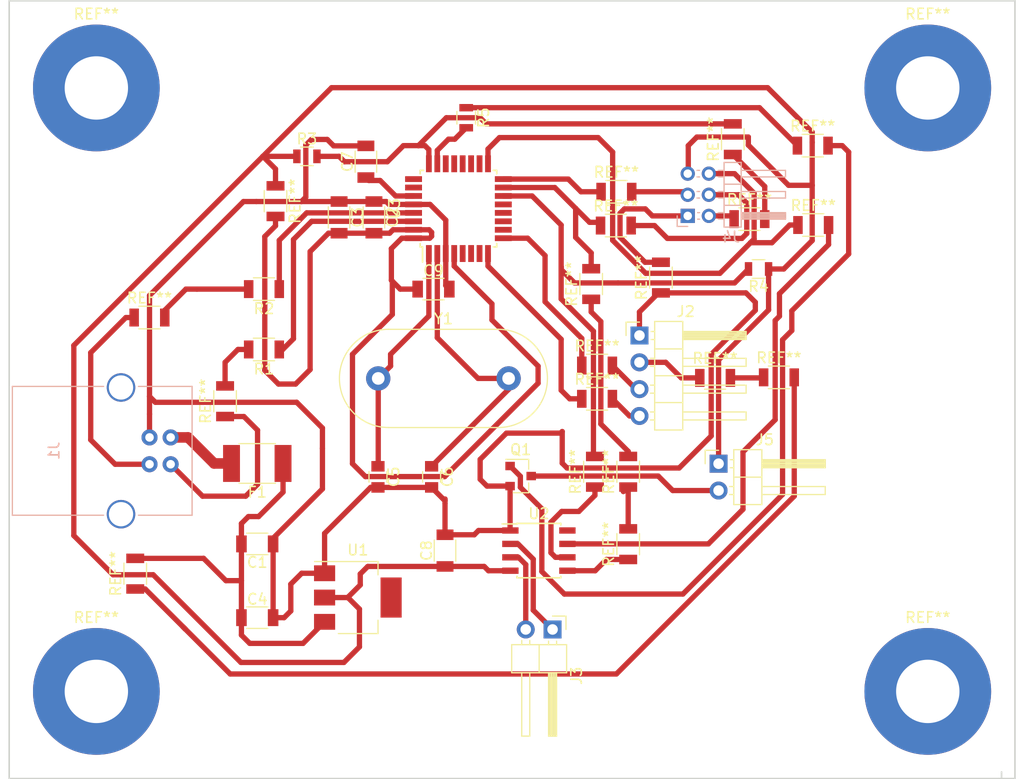
<source format=kicad_pcb>
(kicad_pcb (version 4) (host pcbnew 4.0.6)

  (general
    (links 96)
    (no_connects 21)
    (area 72.314999 73.584999 167.715001 147.395001)
    (thickness 1.6)
    (drawings 5)
    (tracks 354)
    (zones 0)
    (modules 48)
    (nets 38)
  )

  (page A4)
  (layers
    (0 F.Cu signal)
    (31 B.Cu signal)
    (32 B.Adhes user)
    (33 F.Adhes user)
    (34 B.Paste user)
    (35 F.Paste user)
    (36 B.SilkS user)
    (37 F.SilkS user)
    (38 B.Mask user)
    (39 F.Mask user)
    (40 Dwgs.User user)
    (41 Cmts.User user)
    (42 Eco1.User user)
    (43 Eco2.User user)
    (44 Edge.Cuts user)
    (45 Margin user)
    (46 B.CrtYd user)
    (47 F.CrtYd user)
    (48 B.Fab user)
    (49 F.Fab user)
  )

  (setup
    (last_trace_width 0.5)
    (user_trace_width 0.5)
    (user_trace_width 1)
    (trace_clearance 0.2)
    (zone_clearance 0.508)
    (zone_45_only no)
    (trace_min 0.2)
    (segment_width 0.2)
    (edge_width 0.15)
    (via_size 0.6)
    (via_drill 0.4)
    (via_min_size 0.4)
    (via_min_drill 0.3)
    (uvia_size 0.3)
    (uvia_drill 0.1)
    (uvias_allowed no)
    (uvia_min_size 0.2)
    (uvia_min_drill 0.1)
    (pcb_text_width 0.3)
    (pcb_text_size 1.5 1.5)
    (mod_edge_width 0.15)
    (mod_text_size 1 1)
    (mod_text_width 0.15)
    (pad_size 2.7 2.7)
    (pad_drill 2.3)
    (pad_to_mask_clearance 0.2)
    (aux_axis_origin 0 0)
    (visible_elements 7FFFFFFF)
    (pcbplotparams
      (layerselection 0x00030_80000001)
      (usegerberextensions false)
      (excludeedgelayer true)
      (linewidth 0.050000)
      (plotframeref false)
      (viasonmask false)
      (mode 1)
      (useauxorigin false)
      (hpglpennumber 1)
      (hpglpenspeed 20)
      (hpglpendiameter 15)
      (hpglpenoverlay 2)
      (psnegative false)
      (psa4output false)
      (plotreference true)
      (plotvalue true)
      (plotinvisibletext false)
      (padsonsilk false)
      (subtractmaskfromsilk false)
      (outputformat 1)
      (mirror false)
      (drillshape 1)
      (scaleselection 1)
      (outputdirectory ""))
  )

  (net 0 "")
  (net 1 GND)
  (net 2 /VUSB)
  (net 3 /VCC)
  (net 4 "Net-(C5-Pad1)")
  (net 5 "Net-(C6-Pad1)")
  (net 6 "Net-(C7-Pad1)")
  (net 7 "Net-(F1-Pad2)")
  (net 8 /D-)
  (net 9 /D+)
  (net 10 /TX)
  (net 11 /RX)
  (net 12 "Net-(J3-Pad1)")
  (net 13 "Net-(J3-Pad2)")
  (net 14 /RST)
  (net 15 /MOSI)
  (net 16 "Net-(J5-Pad2)")
  (net 17 "Net-(Q1-Pad1)")
  (net 18 "Net-(R1-Pad1)")
  (net 19 "Net-(R2-Pad1)")
  (net 20 /SS)
  (net 21 /RELAY)
  (net 22 /SCK)
  (net 23 /MISO)
  (net 24 "Net-(U3-Pad5)")
  (net 25 "Net-(U3-Pad6)")
  (net 26 "Net-(U3-Pad7)")
  (net 27 "Net-(U3-Pad10)")
  (net 28 "Net-(U3-Pad11)")
  (net 29 "Net-(U3-Pad12)")
  (net 30 "Net-(U3-Pad13)")
  (net 31 "Net-(U3-Pad18)")
  (net 32 "Net-(U3-Pad19)")
  (net 33 "Net-(U3-Pad20)")
  (net 34 "Net-(U3-Pad21)")
  (net 35 "Net-(U3-Pad22)")
  (net 36 "Net-(U3-Pad25)")
  (net 37 "Net-(U3-Pad26)")

  (net_class Default "Это класс цепей по умолчанию."
    (clearance 0.2)
    (trace_width 0.25)
    (via_dia 0.6)
    (via_drill 0.4)
    (uvia_dia 0.3)
    (uvia_drill 0.1)
    (add_net /D+)
    (add_net /D-)
    (add_net /MISO)
    (add_net /MOSI)
    (add_net /RELAY)
    (add_net /RST)
    (add_net /RX)
    (add_net /SCK)
    (add_net /SS)
    (add_net /TX)
    (add_net /VCC)
    (add_net /VUSB)
    (add_net GND)
    (add_net "Net-(C5-Pad1)")
    (add_net "Net-(C6-Pad1)")
    (add_net "Net-(C7-Pad1)")
    (add_net "Net-(F1-Pad2)")
    (add_net "Net-(J3-Pad1)")
    (add_net "Net-(J3-Pad2)")
    (add_net "Net-(J5-Pad2)")
    (add_net "Net-(Q1-Pad1)")
    (add_net "Net-(R1-Pad1)")
    (add_net "Net-(R2-Pad1)")
    (add_net "Net-(U3-Pad10)")
    (add_net "Net-(U3-Pad11)")
    (add_net "Net-(U3-Pad12)")
    (add_net "Net-(U3-Pad13)")
    (add_net "Net-(U3-Pad18)")
    (add_net "Net-(U3-Pad19)")
    (add_net "Net-(U3-Pad20)")
    (add_net "Net-(U3-Pad21)")
    (add_net "Net-(U3-Pad22)")
    (add_net "Net-(U3-Pad25)")
    (add_net "Net-(U3-Pad26)")
    (add_net "Net-(U3-Pad5)")
    (add_net "Net-(U3-Pad6)")
    (add_net "Net-(U3-Pad7)")
  )

  (module Mounting_Holes:MountingHole_6mm_Pad (layer F.Cu) (tedit 56D1B4CB) (tstamp 59D5389C)
    (at 80.645 139.065)
    (descr "Mounting Hole 6mm")
    (tags "mounting hole 6mm")
    (attr virtual)
    (fp_text reference REF** (at 0 -7) (layer F.SilkS)
      (effects (font (size 1 1) (thickness 0.15)))
    )
    (fp_text value MountingHole_6mm_Pad (at 0 7) (layer F.Fab)
      (effects (font (size 1 1) (thickness 0.15)))
    )
    (fp_text user %R (at 0.3 0) (layer F.Fab)
      (effects (font (size 1 1) (thickness 0.15)))
    )
    (fp_circle (center 0 0) (end 6 0) (layer Cmts.User) (width 0.15))
    (fp_circle (center 0 0) (end 6.25 0) (layer F.CrtYd) (width 0.05))
    (pad 1 thru_hole circle (at 0 0) (size 12 12) (drill 6) (layers *.Cu *.Mask))
  )

  (module Mounting_Holes:MountingHole_6mm_Pad (layer F.Cu) (tedit 56D1B4CB) (tstamp 59D5388C)
    (at 80.645 81.915)
    (descr "Mounting Hole 6mm")
    (tags "mounting hole 6mm")
    (attr virtual)
    (fp_text reference REF** (at 0 -7) (layer F.SilkS)
      (effects (font (size 1 1) (thickness 0.15)))
    )
    (fp_text value MountingHole_6mm_Pad (at 0 7) (layer F.Fab)
      (effects (font (size 1 1) (thickness 0.15)))
    )
    (fp_text user %R (at 0.3 0) (layer F.Fab)
      (effects (font (size 1 1) (thickness 0.15)))
    )
    (fp_circle (center 0 0) (end 6 0) (layer Cmts.User) (width 0.15))
    (fp_circle (center 0 0) (end 6.25 0) (layer F.CrtYd) (width 0.05))
    (pad 1 thru_hole circle (at 0 0) (size 12 12) (drill 6) (layers *.Cu *.Mask))
  )

  (module Mounting_Holes:MountingHole_6mm_Pad (layer F.Cu) (tedit 56D1B4CB) (tstamp 59D53881)
    (at 159.385 81.915)
    (descr "Mounting Hole 6mm")
    (tags "mounting hole 6mm")
    (attr virtual)
    (fp_text reference REF** (at 0 -7) (layer F.SilkS)
      (effects (font (size 1 1) (thickness 0.15)))
    )
    (fp_text value MountingHole_6mm_Pad (at 0 7) (layer F.Fab)
      (effects (font (size 1 1) (thickness 0.15)))
    )
    (fp_text user %R (at 0.3 0) (layer F.Fab)
      (effects (font (size 1 1) (thickness 0.15)))
    )
    (fp_circle (center 0 0) (end 6 0) (layer Cmts.User) (width 0.15))
    (fp_circle (center 0 0) (end 6.25 0) (layer F.CrtYd) (width 0.05))
    (pad 1 thru_hole circle (at 0 0) (size 12 12) (drill 6) (layers *.Cu *.Mask))
  )

  (module Resistors_SMD:R_1206 (layer F.Cu) (tedit 59D535FB) (tstamp 59D535CE)
    (at 92.837 111.5822 90)
    (descr "Resistor SMD 1206, reflow soldering, Vishay (see dcrcw.pdf)")
    (tags "resistor 1206")
    (attr smd)
    (fp_text reference REF** (at 0 -1.85 90) (layer F.SilkS)
      (effects (font (size 1 1) (thickness 0.15)))
    )
    (fp_text value R_1206 (at 0 1.95 90) (layer F.Fab)
      (effects (font (size 1 1) (thickness 0.15)))
    )
    (fp_text user %R (at 0 0 90) (layer F.Fab)
      (effects (font (size 0.7 0.7) (thickness 0.105)))
    )
    (fp_line (start -1.6 0.8) (end -1.6 -0.8) (layer F.Fab) (width 0.1))
    (fp_line (start 1.6 0.8) (end -1.6 0.8) (layer F.Fab) (width 0.1))
    (fp_line (start 1.6 -0.8) (end 1.6 0.8) (layer F.Fab) (width 0.1))
    (fp_line (start -1.6 -0.8) (end 1.6 -0.8) (layer F.Fab) (width 0.1))
    (fp_line (start 1 1.07) (end -1 1.07) (layer F.SilkS) (width 0.12))
    (fp_line (start -1 -1.07) (end 1 -1.07) (layer F.SilkS) (width 0.12))
    (fp_line (start -2.15 -1.11) (end 2.15 -1.11) (layer F.CrtYd) (width 0.05))
    (fp_line (start -2.15 -1.11) (end -2.15 1.1) (layer F.CrtYd) (width 0.05))
    (fp_line (start 2.15 1.1) (end 2.15 -1.11) (layer F.CrtYd) (width 0.05))
    (fp_line (start 2.15 1.1) (end -2.15 1.1) (layer F.CrtYd) (width 0.05))
    (pad 1 smd rect (at -1.45 0 90) (size 0.9 1.7) (layers F.Cu F.Paste F.Mask)
      (net 8 /D-))
    (pad 2 smd rect (at 1.45 0 90) (size 0.9 1.7) (layers F.Cu F.Paste F.Mask)
      (net 8 /D-))
    (model ${KISYS3DMOD}/Resistors_SMD.3dshapes/R_1206.wrl
      (at (xyz 0 0 0))
      (scale (xyz 1 1 1))
      (rotate (xyz 0 0 0))
    )
  )

  (module Resistors_SMD:R_1206 (layer F.Cu) (tedit 59D52F8F) (tstamp 59D530A5)
    (at 145.288 109.3216)
    (descr "Resistor SMD 1206, reflow soldering, Vishay (see dcrcw.pdf)")
    (tags "resistor 1206")
    (attr smd)
    (fp_text reference REF** (at 0 -1.85) (layer F.SilkS)
      (effects (font (size 1 1) (thickness 0.15)))
    )
    (fp_text value R_1206 (at 0 1.95) (layer F.Fab)
      (effects (font (size 1 1) (thickness 0.15)))
    )
    (fp_text user %R (at 0 0) (layer F.Fab)
      (effects (font (size 0.7 0.7) (thickness 0.105)))
    )
    (fp_line (start -1.6 0.8) (end -1.6 -0.8) (layer F.Fab) (width 0.1))
    (fp_line (start 1.6 0.8) (end -1.6 0.8) (layer F.Fab) (width 0.1))
    (fp_line (start 1.6 -0.8) (end 1.6 0.8) (layer F.Fab) (width 0.1))
    (fp_line (start -1.6 -0.8) (end 1.6 -0.8) (layer F.Fab) (width 0.1))
    (fp_line (start 1 1.07) (end -1 1.07) (layer F.SilkS) (width 0.12))
    (fp_line (start -1 -1.07) (end 1 -1.07) (layer F.SilkS) (width 0.12))
    (fp_line (start -2.15 -1.11) (end 2.15 -1.11) (layer F.CrtYd) (width 0.05))
    (fp_line (start -2.15 -1.11) (end -2.15 1.1) (layer F.CrtYd) (width 0.05))
    (fp_line (start 2.15 1.1) (end 2.15 -1.11) (layer F.CrtYd) (width 0.05))
    (fp_line (start 2.15 1.1) (end -2.15 1.1) (layer F.CrtYd) (width 0.05))
    (pad 1 smd rect (at -1.45 0) (size 0.9 1.7) (layers F.Cu F.Paste F.Mask)
      (net 2 /VUSB))
    (pad 2 smd rect (at 1.45 0) (size 0.9 1.7) (layers F.Cu F.Paste F.Mask)
      (net 2 /VUSB))
    (model ${KISYS3DMOD}/Resistors_SMD.3dshapes/R_1206.wrl
      (at (xyz 0 0 0))
      (scale (xyz 1 1 1))
      (rotate (xyz 0 0 0))
    )
  )

  (module Resistors_SMD:R_1206 (layer F.Cu) (tedit 59D52A7F) (tstamp 59D52EB0)
    (at 131.0132 125.1204 90)
    (descr "Resistor SMD 1206, reflow soldering, Vishay (see dcrcw.pdf)")
    (tags "resistor 1206")
    (attr smd)
    (fp_text reference REF** (at 0 -1.85 90) (layer F.SilkS)
      (effects (font (size 1 1) (thickness 0.15)))
    )
    (fp_text value R_1206 (at 0 1.95 90) (layer F.Fab)
      (effects (font (size 1 1) (thickness 0.15)))
    )
    (fp_text user %R (at 0 0 90) (layer F.Fab)
      (effects (font (size 0.7 0.7) (thickness 0.105)))
    )
    (fp_line (start -1.6 0.8) (end -1.6 -0.8) (layer F.Fab) (width 0.1))
    (fp_line (start 1.6 0.8) (end -1.6 0.8) (layer F.Fab) (width 0.1))
    (fp_line (start 1.6 -0.8) (end 1.6 0.8) (layer F.Fab) (width 0.1))
    (fp_line (start -1.6 -0.8) (end 1.6 -0.8) (layer F.Fab) (width 0.1))
    (fp_line (start 1 1.07) (end -1 1.07) (layer F.SilkS) (width 0.12))
    (fp_line (start -1 -1.07) (end 1 -1.07) (layer F.SilkS) (width 0.12))
    (fp_line (start -2.15 -1.11) (end 2.15 -1.11) (layer F.CrtYd) (width 0.05))
    (fp_line (start -2.15 -1.11) (end -2.15 1.1) (layer F.CrtYd) (width 0.05))
    (fp_line (start 2.15 1.1) (end 2.15 -1.11) (layer F.CrtYd) (width 0.05))
    (fp_line (start 2.15 1.1) (end -2.15 1.1) (layer F.CrtYd) (width 0.05))
    (pad 1 smd rect (at -1.45 0 90) (size 0.9 1.7) (layers F.Cu F.Paste F.Mask)
      (net 22 /SCK))
    (pad 2 smd rect (at 1.45 0 90) (size 0.9 1.7) (layers F.Cu F.Paste F.Mask)
      (net 22 /SCK))
    (model ${KISYS3DMOD}/Resistors_SMD.3dshapes/R_1206.wrl
      (at (xyz 0 0 0))
      (scale (xyz 1 1 1))
      (rotate (xyz 0 0 0))
    )
  )

  (module Resistors_SMD:R_1206 (layer F.Cu) (tedit 59D52A05) (tstamp 59D52938)
    (at 127.8636 118.2624 90)
    (descr "Resistor SMD 1206, reflow soldering, Vishay (see dcrcw.pdf)")
    (tags "resistor 1206")
    (attr smd)
    (fp_text reference REF** (at 0 -1.85 90) (layer F.SilkS)
      (effects (font (size 1 1) (thickness 0.15)))
    )
    (fp_text value R_1206 (at 0 1.95 90) (layer F.Fab)
      (effects (font (size 1 1) (thickness 0.15)))
    )
    (fp_text user %R (at 0 0 90) (layer F.Fab)
      (effects (font (size 0.7 0.7) (thickness 0.105)))
    )
    (fp_line (start -1.6 0.8) (end -1.6 -0.8) (layer F.Fab) (width 0.1))
    (fp_line (start 1.6 0.8) (end -1.6 0.8) (layer F.Fab) (width 0.1))
    (fp_line (start 1.6 -0.8) (end 1.6 0.8) (layer F.Fab) (width 0.1))
    (fp_line (start -1.6 -0.8) (end 1.6 -0.8) (layer F.Fab) (width 0.1))
    (fp_line (start 1 1.07) (end -1 1.07) (layer F.SilkS) (width 0.12))
    (fp_line (start -1 -1.07) (end 1 -1.07) (layer F.SilkS) (width 0.12))
    (fp_line (start -2.15 -1.11) (end 2.15 -1.11) (layer F.CrtYd) (width 0.05))
    (fp_line (start -2.15 -1.11) (end -2.15 1.1) (layer F.CrtYd) (width 0.05))
    (fp_line (start 2.15 1.1) (end 2.15 -1.11) (layer F.CrtYd) (width 0.05))
    (fp_line (start 2.15 1.1) (end -2.15 1.1) (layer F.CrtYd) (width 0.05))
    (pad 1 smd rect (at -1.45 0 90) (size 0.9 1.7) (layers F.Cu F.Paste F.Mask)
      (net 20 /SS))
    (pad 2 smd rect (at 1.45 0 90) (size 0.9 1.7) (layers F.Cu F.Paste F.Mask)
      (net 20 /SS))
    (model ${KISYS3DMOD}/Resistors_SMD.3dshapes/R_1206.wrl
      (at (xyz 0 0 0))
      (scale (xyz 1 1 1))
      (rotate (xyz 0 0 0))
    )
  )

  (module Resistors_SMD:R_1206 (layer F.Cu) (tedit 59D520C1) (tstamp 59D5210F)
    (at 134.112 99.8728 90)
    (descr "Resistor SMD 1206, reflow soldering, Vishay (see dcrcw.pdf)")
    (tags "resistor 1206")
    (attr smd)
    (fp_text reference REF** (at 0 -1.85 90) (layer F.SilkS)
      (effects (font (size 1 1) (thickness 0.15)))
    )
    (fp_text value R_1206 (at 0 1.95 90) (layer F.Fab)
      (effects (font (size 1 1) (thickness 0.15)))
    )
    (fp_text user %R (at 0 0 90) (layer F.Fab)
      (effects (font (size 0.7 0.7) (thickness 0.105)))
    )
    (fp_line (start -1.6 0.8) (end -1.6 -0.8) (layer F.Fab) (width 0.1))
    (fp_line (start 1.6 0.8) (end -1.6 0.8) (layer F.Fab) (width 0.1))
    (fp_line (start 1.6 -0.8) (end 1.6 0.8) (layer F.Fab) (width 0.1))
    (fp_line (start -1.6 -0.8) (end 1.6 -0.8) (layer F.Fab) (width 0.1))
    (fp_line (start 1 1.07) (end -1 1.07) (layer F.SilkS) (width 0.12))
    (fp_line (start -1 -1.07) (end 1 -1.07) (layer F.SilkS) (width 0.12))
    (fp_line (start -2.15 -1.11) (end 2.15 -1.11) (layer F.CrtYd) (width 0.05))
    (fp_line (start -2.15 -1.11) (end -2.15 1.1) (layer F.CrtYd) (width 0.05))
    (fp_line (start 2.15 1.1) (end 2.15 -1.11) (layer F.CrtYd) (width 0.05))
    (fp_line (start 2.15 1.1) (end -2.15 1.1) (layer F.CrtYd) (width 0.05))
    (pad 1 smd rect (at -1.45 0 90) (size 0.9 1.7) (layers F.Cu F.Paste F.Mask)
      (net 1 GND))
    (pad 2 smd rect (at 1.45 0 90) (size 0.9 1.7) (layers F.Cu F.Paste F.Mask)
      (net 1 GND))
    (model ${KISYS3DMOD}/Resistors_SMD.3dshapes/R_1206.wrl
      (at (xyz 0 0 0))
      (scale (xyz 1 1 1))
      (rotate (xyz 0 0 0))
    )
  )

  (module Resistors_SMD:R_1206 (layer F.Cu) (tedit 59D52037) (tstamp 59D51FEA)
    (at 129.8448 94.9452)
    (descr "Resistor SMD 1206, reflow soldering, Vishay (see dcrcw.pdf)")
    (tags "resistor 1206")
    (attr smd)
    (fp_text reference REF** (at 0 -1.85) (layer F.SilkS)
      (effects (font (size 1 1) (thickness 0.15)))
    )
    (fp_text value R_1206 (at 0 1.95) (layer F.Fab)
      (effects (font (size 1 1) (thickness 0.15)))
    )
    (fp_text user %R (at 0 0) (layer F.Fab)
      (effects (font (size 0.7 0.7) (thickness 0.105)))
    )
    (fp_line (start -1.6 0.8) (end -1.6 -0.8) (layer F.Fab) (width 0.1))
    (fp_line (start 1.6 0.8) (end -1.6 0.8) (layer F.Fab) (width 0.1))
    (fp_line (start 1.6 -0.8) (end 1.6 0.8) (layer F.Fab) (width 0.1))
    (fp_line (start -1.6 -0.8) (end 1.6 -0.8) (layer F.Fab) (width 0.1))
    (fp_line (start 1 1.07) (end -1 1.07) (layer F.SilkS) (width 0.12))
    (fp_line (start -1 -1.07) (end 1 -1.07) (layer F.SilkS) (width 0.12))
    (fp_line (start -2.15 -1.11) (end 2.15 -1.11) (layer F.CrtYd) (width 0.05))
    (fp_line (start -2.15 -1.11) (end -2.15 1.1) (layer F.CrtYd) (width 0.05))
    (fp_line (start 2.15 1.1) (end 2.15 -1.11) (layer F.CrtYd) (width 0.05))
    (fp_line (start 2.15 1.1) (end -2.15 1.1) (layer F.CrtYd) (width 0.05))
    (pad 1 smd rect (at -1.45 0) (size 0.9 1.7) (layers F.Cu F.Paste F.Mask)
      (net 22 /SCK))
    (pad 2 smd rect (at 1.45 0) (size 0.9 1.7) (layers F.Cu F.Paste F.Mask)
      (net 22 /SCK))
    (model ${KISYS3DMOD}/Resistors_SMD.3dshapes/R_1206.wrl
      (at (xyz 0 0 0))
      (scale (xyz 1 1 1))
      (rotate (xyz 0 0 0))
    )
  )

  (module Crystals:Crystal_HC51-U_Vertical (layer F.Cu) (tedit 58CD2E9C) (tstamp 59D45C35)
    (at 107.3404 109.4232)
    (descr "Crystal THT HC-51/U, http://www.crovencrystals.com/croven_pdf/HC-51_Crystal_Holder_Rev_00.pdf")
    (tags "THT crystalHC-51/U")
    (path /59D4B2CE)
    (fp_text reference Y1 (at 6.175 -5.65) (layer F.SilkS)
      (effects (font (size 1 1) (thickness 0.15)))
    )
    (fp_text value 8MHz (at 6.175 5.65) (layer F.Fab)
      (effects (font (size 1 1) (thickness 0.15)))
    )
    (fp_text user %R (at 6.175 0) (layer F.Fab)
      (effects (font (size 1 1) (thickness 0.15)))
    )
    (fp_line (start 0.975 -4.45) (end 11.375 -4.45) (layer F.Fab) (width 0.1))
    (fp_line (start 0.975 4.45) (end 11.375 4.45) (layer F.Fab) (width 0.1))
    (fp_line (start 0.975 -3.8) (end 11.375 -3.8) (layer F.Fab) (width 0.1))
    (fp_line (start 0.975 3.8) (end 11.375 3.8) (layer F.Fab) (width 0.1))
    (fp_line (start 0.975 -4.65) (end 11.375 -4.65) (layer F.SilkS) (width 0.12))
    (fp_line (start 0.975 4.65) (end 11.375 4.65) (layer F.SilkS) (width 0.12))
    (fp_line (start -4 -4.9) (end -4 4.9) (layer F.CrtYd) (width 0.05))
    (fp_line (start -4 4.9) (end 16.3 4.9) (layer F.CrtYd) (width 0.05))
    (fp_line (start 16.3 4.9) (end 16.3 -4.9) (layer F.CrtYd) (width 0.05))
    (fp_line (start 16.3 -4.9) (end -4 -4.9) (layer F.CrtYd) (width 0.05))
    (fp_arc (start 0.975 0) (end 0.975 -4.45) (angle -180) (layer F.Fab) (width 0.1))
    (fp_arc (start 11.375 0) (end 11.375 -4.45) (angle 180) (layer F.Fab) (width 0.1))
    (fp_arc (start 0.975 0) (end 0.975 -3.8) (angle -180) (layer F.Fab) (width 0.1))
    (fp_arc (start 11.375 0) (end 11.375 -3.8) (angle 180) (layer F.Fab) (width 0.1))
    (fp_arc (start 0.975 0) (end 0.975 -4.65) (angle -180) (layer F.SilkS) (width 0.12))
    (fp_arc (start 11.375 0) (end 11.375 -4.65) (angle 180) (layer F.SilkS) (width 0.12))
    (pad 1 thru_hole circle (at 0 0) (size 2.3 2.3) (drill 1.2) (layers *.Cu *.Mask)
      (net 4 "Net-(C5-Pad1)"))
    (pad 2 thru_hole circle (at 12.35 0) (size 2.3 2.3) (drill 1.2) (layers *.Cu *.Mask)
      (net 5 "Net-(C6-Pad1)"))
    (model ${KISYS3DMOD}/Crystals.3dshapes/Crystal_HC51-U_Vertical.wrl
      (at (xyz 0 0 0))
      (scale (xyz 0.393701 0.393701 0.393701))
      (rotate (xyz 0 0 0))
    )
  )

  (module Capacitors_SMD:C_1206 (layer F.Cu) (tedit 58AA84B8) (tstamp 59D459A2)
    (at 95.885 125.095 180)
    (descr "Capacitor SMD 1206, reflow soldering, AVX (see smccp.pdf)")
    (tags "capacitor 1206")
    (path /59D383EA)
    (attr smd)
    (fp_text reference C1 (at 0 -1.75 180) (layer F.SilkS)
      (effects (font (size 1 1) (thickness 0.15)))
    )
    (fp_text value 1u (at 0 2 180) (layer F.Fab)
      (effects (font (size 1 1) (thickness 0.15)))
    )
    (fp_text user %R (at 0 -1.75 180) (layer F.Fab)
      (effects (font (size 1 1) (thickness 0.15)))
    )
    (fp_line (start -1.6 0.8) (end -1.6 -0.8) (layer F.Fab) (width 0.1))
    (fp_line (start 1.6 0.8) (end -1.6 0.8) (layer F.Fab) (width 0.1))
    (fp_line (start 1.6 -0.8) (end 1.6 0.8) (layer F.Fab) (width 0.1))
    (fp_line (start -1.6 -0.8) (end 1.6 -0.8) (layer F.Fab) (width 0.1))
    (fp_line (start 1 -1.02) (end -1 -1.02) (layer F.SilkS) (width 0.12))
    (fp_line (start -1 1.02) (end 1 1.02) (layer F.SilkS) (width 0.12))
    (fp_line (start -2.25 -1.05) (end 2.25 -1.05) (layer F.CrtYd) (width 0.05))
    (fp_line (start -2.25 -1.05) (end -2.25 1.05) (layer F.CrtYd) (width 0.05))
    (fp_line (start 2.25 1.05) (end 2.25 -1.05) (layer F.CrtYd) (width 0.05))
    (fp_line (start 2.25 1.05) (end -2.25 1.05) (layer F.CrtYd) (width 0.05))
    (pad 1 smd rect (at -1.5 0 180) (size 1 1.6) (layers F.Cu F.Paste F.Mask)
      (net 1 GND))
    (pad 2 smd rect (at 1.5 0 180) (size 1 1.6) (layers F.Cu F.Paste F.Mask)
      (net 2 /VUSB))
    (model Capacitors_SMD.3dshapes/C_1206.wrl
      (at (xyz 0 0 0))
      (scale (xyz 1 1 1))
      (rotate (xyz 0 0 0))
    )
  )

  (module Capacitors_SMD:C_1206 (layer F.Cu) (tedit 58AA84B8) (tstamp 59D459B3)
    (at 106.934 94.1705 270)
    (descr "Capacitor SMD 1206, reflow soldering, AVX (see smccp.pdf)")
    (tags "capacitor 1206")
    (path /59D383A7)
    (attr smd)
    (fp_text reference C2 (at 0 -1.75 270) (layer F.SilkS)
      (effects (font (size 1 1) (thickness 0.15)))
    )
    (fp_text value 100n (at 0 2 270) (layer F.Fab)
      (effects (font (size 1 1) (thickness 0.15)))
    )
    (fp_text user %R (at 0 -1.75 270) (layer F.Fab)
      (effects (font (size 1 1) (thickness 0.15)))
    )
    (fp_line (start -1.6 0.8) (end -1.6 -0.8) (layer F.Fab) (width 0.1))
    (fp_line (start 1.6 0.8) (end -1.6 0.8) (layer F.Fab) (width 0.1))
    (fp_line (start 1.6 -0.8) (end 1.6 0.8) (layer F.Fab) (width 0.1))
    (fp_line (start -1.6 -0.8) (end 1.6 -0.8) (layer F.Fab) (width 0.1))
    (fp_line (start 1 -1.02) (end -1 -1.02) (layer F.SilkS) (width 0.12))
    (fp_line (start -1 1.02) (end 1 1.02) (layer F.SilkS) (width 0.12))
    (fp_line (start -2.25 -1.05) (end 2.25 -1.05) (layer F.CrtYd) (width 0.05))
    (fp_line (start -2.25 -1.05) (end -2.25 1.05) (layer F.CrtYd) (width 0.05))
    (fp_line (start 2.25 1.05) (end 2.25 -1.05) (layer F.CrtYd) (width 0.05))
    (fp_line (start 2.25 1.05) (end -2.25 1.05) (layer F.CrtYd) (width 0.05))
    (pad 1 smd rect (at -1.5 0 270) (size 1 1.6) (layers F.Cu F.Paste F.Mask)
      (net 1 GND))
    (pad 2 smd rect (at 1.5 0 270) (size 1 1.6) (layers F.Cu F.Paste F.Mask)
      (net 3 /VCC))
    (model Capacitors_SMD.3dshapes/C_1206.wrl
      (at (xyz 0 0 0))
      (scale (xyz 1 1 1))
      (rotate (xyz 0 0 0))
    )
  )

  (module Capacitors_SMD:C_1206 (layer F.Cu) (tedit 58AA84B8) (tstamp 59D459C4)
    (at 103.632 94.1705 270)
    (descr "Capacitor SMD 1206, reflow soldering, AVX (see smccp.pdf)")
    (tags "capacitor 1206")
    (path /59D3832F)
    (attr smd)
    (fp_text reference C3 (at 0 -1.75 270) (layer F.SilkS)
      (effects (font (size 1 1) (thickness 0.15)))
    )
    (fp_text value 100n (at 0 2 270) (layer F.Fab)
      (effects (font (size 1 1) (thickness 0.15)))
    )
    (fp_text user %R (at 0 -1.75 270) (layer F.Fab)
      (effects (font (size 1 1) (thickness 0.15)))
    )
    (fp_line (start -1.6 0.8) (end -1.6 -0.8) (layer F.Fab) (width 0.1))
    (fp_line (start 1.6 0.8) (end -1.6 0.8) (layer F.Fab) (width 0.1))
    (fp_line (start 1.6 -0.8) (end 1.6 0.8) (layer F.Fab) (width 0.1))
    (fp_line (start -1.6 -0.8) (end 1.6 -0.8) (layer F.Fab) (width 0.1))
    (fp_line (start 1 -1.02) (end -1 -1.02) (layer F.SilkS) (width 0.12))
    (fp_line (start -1 1.02) (end 1 1.02) (layer F.SilkS) (width 0.12))
    (fp_line (start -2.25 -1.05) (end 2.25 -1.05) (layer F.CrtYd) (width 0.05))
    (fp_line (start -2.25 -1.05) (end -2.25 1.05) (layer F.CrtYd) (width 0.05))
    (fp_line (start 2.25 1.05) (end 2.25 -1.05) (layer F.CrtYd) (width 0.05))
    (fp_line (start 2.25 1.05) (end -2.25 1.05) (layer F.CrtYd) (width 0.05))
    (pad 1 smd rect (at -1.5 0 270) (size 1 1.6) (layers F.Cu F.Paste F.Mask)
      (net 1 GND))
    (pad 2 smd rect (at 1.5 0 270) (size 1 1.6) (layers F.Cu F.Paste F.Mask)
      (net 3 /VCC))
    (model Capacitors_SMD.3dshapes/C_1206.wrl
      (at (xyz 0 0 0))
      (scale (xyz 1 1 1))
      (rotate (xyz 0 0 0))
    )
  )

  (module Capacitors_SMD:C_1206 (layer F.Cu) (tedit 59D530FA) (tstamp 59D459D5)
    (at 95.885 132.08)
    (descr "Capacitor SMD 1206, reflow soldering, AVX (see smccp.pdf)")
    (tags "capacitor 1206")
    (path /59D40F29)
    (attr smd)
    (fp_text reference C4 (at 0 -1.75) (layer F.SilkS)
      (effects (font (size 1 1) (thickness 0.15)))
    )
    (fp_text value 10u (at 0 2) (layer F.Fab)
      (effects (font (size 1 1) (thickness 0.15)))
    )
    (fp_text user %R (at 0 -1.75) (layer F.Fab)
      (effects (font (size 1 1) (thickness 0.15)))
    )
    (fp_line (start -1.6 0.8) (end -1.6 -0.8) (layer F.Fab) (width 0.1))
    (fp_line (start 1.6 0.8) (end -1.6 0.8) (layer F.Fab) (width 0.1))
    (fp_line (start 1.6 -0.8) (end 1.6 0.8) (layer F.Fab) (width 0.1))
    (fp_line (start -1.6 -0.8) (end 1.6 -0.8) (layer F.Fab) (width 0.1))
    (fp_line (start 1 -1.02) (end -1 -1.02) (layer F.SilkS) (width 0.12))
    (fp_line (start -1 1.02) (end 1 1.02) (layer F.SilkS) (width 0.12))
    (fp_line (start -2.25 -1.05) (end 2.25 -1.05) (layer F.CrtYd) (width 0.05))
    (fp_line (start -2.25 -1.05) (end -2.25 1.05) (layer F.CrtYd) (width 0.05))
    (fp_line (start 2.25 1.05) (end 2.25 -1.05) (layer F.CrtYd) (width 0.05))
    (fp_line (start 2.25 1.05) (end -2.25 1.05) (layer F.CrtYd) (width 0.05))
    (pad 1 smd rect (at -1.5 0) (size 1 1.6) (layers F.Cu F.Paste F.Mask)
      (net 2 /VUSB))
    (pad 2 smd rect (at 1.5 0) (size 1 1.6) (layers F.Cu F.Paste F.Mask)
      (net 1 GND))
    (model Capacitors_SMD.3dshapes/C_1206.wrl
      (at (xyz 0 0 0))
      (scale (xyz 1 1 1))
      (rotate (xyz 0 0 0))
    )
  )

  (module Capacitors_SMD:C_0805 (layer F.Cu) (tedit 58AA8463) (tstamp 59D459E6)
    (at 107.315 118.745 270)
    (descr "Capacitor SMD 0805, reflow soldering, AVX (see smccp.pdf)")
    (tags "capacitor 0805")
    (path /59D3453C)
    (attr smd)
    (fp_text reference C5 (at 0 -1.5 270) (layer F.SilkS)
      (effects (font (size 1 1) (thickness 0.15)))
    )
    (fp_text value 20p (at 0 1.75 270) (layer F.Fab)
      (effects (font (size 1 1) (thickness 0.15)))
    )
    (fp_text user %R (at 0 -1.5 270) (layer F.Fab)
      (effects (font (size 1 1) (thickness 0.15)))
    )
    (fp_line (start -1 0.62) (end -1 -0.62) (layer F.Fab) (width 0.1))
    (fp_line (start 1 0.62) (end -1 0.62) (layer F.Fab) (width 0.1))
    (fp_line (start 1 -0.62) (end 1 0.62) (layer F.Fab) (width 0.1))
    (fp_line (start -1 -0.62) (end 1 -0.62) (layer F.Fab) (width 0.1))
    (fp_line (start 0.5 -0.85) (end -0.5 -0.85) (layer F.SilkS) (width 0.12))
    (fp_line (start -0.5 0.85) (end 0.5 0.85) (layer F.SilkS) (width 0.12))
    (fp_line (start -1.75 -0.88) (end 1.75 -0.88) (layer F.CrtYd) (width 0.05))
    (fp_line (start -1.75 -0.88) (end -1.75 0.87) (layer F.CrtYd) (width 0.05))
    (fp_line (start 1.75 0.87) (end 1.75 -0.88) (layer F.CrtYd) (width 0.05))
    (fp_line (start 1.75 0.87) (end -1.75 0.87) (layer F.CrtYd) (width 0.05))
    (pad 1 smd rect (at -1 0 270) (size 1 1.25) (layers F.Cu F.Paste F.Mask)
      (net 4 "Net-(C5-Pad1)"))
    (pad 2 smd rect (at 1 0 270) (size 1 1.25) (layers F.Cu F.Paste F.Mask)
      (net 1 GND))
    (model Capacitors_SMD.3dshapes/C_0805.wrl
      (at (xyz 0 0 0))
      (scale (xyz 1 1 1))
      (rotate (xyz 0 0 0))
    )
  )

  (module Capacitors_SMD:C_0805 (layer F.Cu) (tedit 58AA8463) (tstamp 59D459F7)
    (at 112.395 118.745 270)
    (descr "Capacitor SMD 0805, reflow soldering, AVX (see smccp.pdf)")
    (tags "capacitor 0805")
    (path /59D34669)
    (attr smd)
    (fp_text reference C6 (at 0 -1.5 270) (layer F.SilkS)
      (effects (font (size 1 1) (thickness 0.15)))
    )
    (fp_text value 20p (at 0 1.75 270) (layer F.Fab)
      (effects (font (size 1 1) (thickness 0.15)))
    )
    (fp_text user %R (at 0 -1.5 270) (layer F.Fab)
      (effects (font (size 1 1) (thickness 0.15)))
    )
    (fp_line (start -1 0.62) (end -1 -0.62) (layer F.Fab) (width 0.1))
    (fp_line (start 1 0.62) (end -1 0.62) (layer F.Fab) (width 0.1))
    (fp_line (start 1 -0.62) (end 1 0.62) (layer F.Fab) (width 0.1))
    (fp_line (start -1 -0.62) (end 1 -0.62) (layer F.Fab) (width 0.1))
    (fp_line (start 0.5 -0.85) (end -0.5 -0.85) (layer F.SilkS) (width 0.12))
    (fp_line (start -0.5 0.85) (end 0.5 0.85) (layer F.SilkS) (width 0.12))
    (fp_line (start -1.75 -0.88) (end 1.75 -0.88) (layer F.CrtYd) (width 0.05))
    (fp_line (start -1.75 -0.88) (end -1.75 0.87) (layer F.CrtYd) (width 0.05))
    (fp_line (start 1.75 0.87) (end 1.75 -0.88) (layer F.CrtYd) (width 0.05))
    (fp_line (start 1.75 0.87) (end -1.75 0.87) (layer F.CrtYd) (width 0.05))
    (pad 1 smd rect (at -1 0 270) (size 1 1.25) (layers F.Cu F.Paste F.Mask)
      (net 5 "Net-(C6-Pad1)"))
    (pad 2 smd rect (at 1 0 270) (size 1 1.25) (layers F.Cu F.Paste F.Mask)
      (net 1 GND))
    (model Capacitors_SMD.3dshapes/C_0805.wrl
      (at (xyz 0 0 0))
      (scale (xyz 1 1 1))
      (rotate (xyz 0 0 0))
    )
  )

  (module Capacitors_SMD:C_1206 (layer F.Cu) (tedit 58AA84B8) (tstamp 59D45A08)
    (at 106.172 88.9 90)
    (descr "Capacitor SMD 1206, reflow soldering, AVX (see smccp.pdf)")
    (tags "capacitor 1206")
    (path /59D34DC9)
    (attr smd)
    (fp_text reference C7 (at 0 -1.75 90) (layer F.SilkS)
      (effects (font (size 1 1) (thickness 0.15)))
    )
    (fp_text value 1u (at 0 2 90) (layer F.Fab)
      (effects (font (size 1 1) (thickness 0.15)))
    )
    (fp_text user %R (at 0 -1.75 90) (layer F.Fab)
      (effects (font (size 1 1) (thickness 0.15)))
    )
    (fp_line (start -1.6 0.8) (end -1.6 -0.8) (layer F.Fab) (width 0.1))
    (fp_line (start 1.6 0.8) (end -1.6 0.8) (layer F.Fab) (width 0.1))
    (fp_line (start 1.6 -0.8) (end 1.6 0.8) (layer F.Fab) (width 0.1))
    (fp_line (start -1.6 -0.8) (end 1.6 -0.8) (layer F.Fab) (width 0.1))
    (fp_line (start 1 -1.02) (end -1 -1.02) (layer F.SilkS) (width 0.12))
    (fp_line (start -1 1.02) (end 1 1.02) (layer F.SilkS) (width 0.12))
    (fp_line (start -2.25 -1.05) (end 2.25 -1.05) (layer F.CrtYd) (width 0.05))
    (fp_line (start -2.25 -1.05) (end -2.25 1.05) (layer F.CrtYd) (width 0.05))
    (fp_line (start 2.25 1.05) (end 2.25 -1.05) (layer F.CrtYd) (width 0.05))
    (fp_line (start 2.25 1.05) (end -2.25 1.05) (layer F.CrtYd) (width 0.05))
    (pad 1 smd rect (at -1.5 0 90) (size 1 1.6) (layers F.Cu F.Paste F.Mask)
      (net 6 "Net-(C7-Pad1)"))
    (pad 2 smd rect (at 1.5 0 90) (size 1 1.6) (layers F.Cu F.Paste F.Mask)
      (net 1 GND))
    (model Capacitors_SMD.3dshapes/C_1206.wrl
      (at (xyz 0 0 0))
      (scale (xyz 1 1 1))
      (rotate (xyz 0 0 0))
    )
  )

  (module Capacitors_SMD:C_1206 (layer F.Cu) (tedit 58AA84B8) (tstamp 59D45A19)
    (at 113.665 125.73 90)
    (descr "Capacitor SMD 1206, reflow soldering, AVX (see smccp.pdf)")
    (tags "capacitor 1206")
    (path /59D40FB5)
    (attr smd)
    (fp_text reference C8 (at 0 -1.75 90) (layer F.SilkS)
      (effects (font (size 1 1) (thickness 0.15)))
    )
    (fp_text value 10u (at 0 2 90) (layer F.Fab)
      (effects (font (size 1 1) (thickness 0.15)))
    )
    (fp_text user %R (at 0 -1.75 90) (layer F.Fab)
      (effects (font (size 1 1) (thickness 0.15)))
    )
    (fp_line (start -1.6 0.8) (end -1.6 -0.8) (layer F.Fab) (width 0.1))
    (fp_line (start 1.6 0.8) (end -1.6 0.8) (layer F.Fab) (width 0.1))
    (fp_line (start 1.6 -0.8) (end 1.6 0.8) (layer F.Fab) (width 0.1))
    (fp_line (start -1.6 -0.8) (end 1.6 -0.8) (layer F.Fab) (width 0.1))
    (fp_line (start 1 -1.02) (end -1 -1.02) (layer F.SilkS) (width 0.12))
    (fp_line (start -1 1.02) (end 1 1.02) (layer F.SilkS) (width 0.12))
    (fp_line (start -2.25 -1.05) (end 2.25 -1.05) (layer F.CrtYd) (width 0.05))
    (fp_line (start -2.25 -1.05) (end -2.25 1.05) (layer F.CrtYd) (width 0.05))
    (fp_line (start 2.25 1.05) (end 2.25 -1.05) (layer F.CrtYd) (width 0.05))
    (fp_line (start 2.25 1.05) (end -2.25 1.05) (layer F.CrtYd) (width 0.05))
    (pad 1 smd rect (at -1.5 0 90) (size 1 1.6) (layers F.Cu F.Paste F.Mask)
      (net 3 /VCC))
    (pad 2 smd rect (at 1.5 0 90) (size 1 1.6) (layers F.Cu F.Paste F.Mask)
      (net 1 GND))
    (model Capacitors_SMD.3dshapes/C_1206.wrl
      (at (xyz 0 0 0))
      (scale (xyz 1 1 1))
      (rotate (xyz 0 0 0))
    )
  )

  (module Capacitors_SMD:C_1206 (layer F.Cu) (tedit 58AA84B8) (tstamp 59D45A2A)
    (at 112.5728 100.965)
    (descr "Capacitor SMD 1206, reflow soldering, AVX (see smccp.pdf)")
    (tags "capacitor 1206")
    (path /59D42E6B)
    (attr smd)
    (fp_text reference C9 (at 0 -1.75) (layer F.SilkS)
      (effects (font (size 1 1) (thickness 0.15)))
    )
    (fp_text value 100n (at 0 2) (layer F.Fab)
      (effects (font (size 1 1) (thickness 0.15)))
    )
    (fp_text user %R (at 0 -1.75) (layer F.Fab)
      (effects (font (size 1 1) (thickness 0.15)))
    )
    (fp_line (start -1.6 0.8) (end -1.6 -0.8) (layer F.Fab) (width 0.1))
    (fp_line (start 1.6 0.8) (end -1.6 0.8) (layer F.Fab) (width 0.1))
    (fp_line (start 1.6 -0.8) (end 1.6 0.8) (layer F.Fab) (width 0.1))
    (fp_line (start -1.6 -0.8) (end 1.6 -0.8) (layer F.Fab) (width 0.1))
    (fp_line (start 1 -1.02) (end -1 -1.02) (layer F.SilkS) (width 0.12))
    (fp_line (start -1 1.02) (end 1 1.02) (layer F.SilkS) (width 0.12))
    (fp_line (start -2.25 -1.05) (end 2.25 -1.05) (layer F.CrtYd) (width 0.05))
    (fp_line (start -2.25 -1.05) (end -2.25 1.05) (layer F.CrtYd) (width 0.05))
    (fp_line (start 2.25 1.05) (end 2.25 -1.05) (layer F.CrtYd) (width 0.05))
    (fp_line (start 2.25 1.05) (end -2.25 1.05) (layer F.CrtYd) (width 0.05))
    (pad 1 smd rect (at -1.5 0) (size 1 1.6) (layers F.Cu F.Paste F.Mask)
      (net 3 /VCC))
    (pad 2 smd rect (at 1.5 0) (size 1 1.6) (layers F.Cu F.Paste F.Mask)
      (net 1 GND))
    (model Capacitors_SMD.3dshapes/C_1206.wrl
      (at (xyz 0 0 0))
      (scale (xyz 1 1 1))
      (rotate (xyz 0 0 0))
    )
  )

  (module Resistors_SMD:R_1812 (layer F.Cu) (tedit 58E0A804) (tstamp 59D45A3B)
    (at 95.885 117.475 180)
    (descr "Resistor SMD 1812, flow soldering, Panasonic (see ERJ12)")
    (tags "resistor 1812")
    (path /59D372ED)
    (attr smd)
    (fp_text reference F1 (at 0 -2.72 180) (layer F.SilkS)
      (effects (font (size 1 1) (thickness 0.15)))
    )
    (fp_text value Polyfuse_Small (at 0 2.85 180) (layer F.Fab)
      (effects (font (size 1 1) (thickness 0.15)))
    )
    (fp_text user %R (at 0 0 180) (layer F.Fab)
      (effects (font (size 1 1) (thickness 0.15)))
    )
    (fp_line (start -2.25 1.6) (end -2.25 -1.6) (layer F.Fab) (width 0.1))
    (fp_line (start 2.25 1.6) (end -2.25 1.6) (layer F.Fab) (width 0.1))
    (fp_line (start 2.25 -1.6) (end 2.25 1.6) (layer F.Fab) (width 0.1))
    (fp_line (start -2.25 -1.6) (end 2.25 -1.6) (layer F.Fab) (width 0.1))
    (fp_line (start -1.73 1.88) (end 1.73 1.88) (layer F.SilkS) (width 0.12))
    (fp_line (start -1.73 -1.88) (end 1.73 -1.88) (layer F.SilkS) (width 0.12))
    (fp_line (start -3.49 -2) (end 3.49 -2) (layer F.CrtYd) (width 0.05))
    (fp_line (start -3.49 -2) (end -3.49 2) (layer F.CrtYd) (width 0.05))
    (fp_line (start 3.49 2) (end 3.49 -2) (layer F.CrtYd) (width 0.05))
    (fp_line (start 3.49 2) (end -3.49 2) (layer F.CrtYd) (width 0.05))
    (pad 1 smd rect (at -2.44 0 180) (size 1.6 3.5) (layers F.Cu F.Paste F.Mask)
      (net 2 /VUSB))
    (pad 2 smd rect (at 2.44 0 180) (size 1.6 3.5) (layers F.Cu F.Paste F.Mask)
      (net 7 "Net-(F1-Pad2)"))
    (model ${KISYS3DMOD}/Resistors_SMD.3dshapes/R_1812.wrl
      (at (xyz 0 0 0))
      (scale (xyz 1 1 1))
      (rotate (xyz 0 0 0))
    )
  )

  (module Connectors:USB_B (layer B.Cu) (tedit 59D536D2) (tstamp 59D45A4F)
    (at 87.6808 115.0112 180)
    (descr "USB B connector")
    (tags "USB_B USB_DEV")
    (path /59D3713F)
    (fp_text reference J1 (at 11.05 -1.27 450) (layer B.SilkS)
      (effects (font (size 1 1) (thickness 0.15)) (justify mirror))
    )
    (fp_text value USB_B (at 4.7 -1.27 450) (layer B.Fab)
      (effects (font (size 1 1) (thickness 0.15)) (justify mirror))
    )
    (fp_line (start 15.25 -8.9) (end -2.3 -8.9) (layer B.CrtYd) (width 0.05))
    (fp_line (start -2.3 -8.9) (end -2.3 6.35) (layer B.CrtYd) (width 0.05))
    (fp_line (start -2.3 6.35) (end 15.25 6.35) (layer B.CrtYd) (width 0.05))
    (fp_line (start 15.25 6.35) (end 15.25 -8.9) (layer B.CrtYd) (width 0.05))
    (fp_line (start 6.35 -7.37) (end 14.99 -7.37) (layer B.SilkS) (width 0.12))
    (fp_line (start -2.03 -7.37) (end 3.05 -7.37) (layer B.SilkS) (width 0.12))
    (fp_line (start 6.35 4.83) (end 14.99 4.83) (layer B.SilkS) (width 0.12))
    (fp_line (start -2.03 4.83) (end 3.05 4.83) (layer B.SilkS) (width 0.12))
    (fp_line (start 14.99 4.83) (end 14.99 -7.37) (layer B.SilkS) (width 0.12))
    (fp_line (start -2.03 -7.37) (end -2.03 4.83) (layer B.SilkS) (width 0.12))
    (pad 2 thru_hole circle (at 0 -2.54 270) (size 1.52 1.52) (drill 0.81) (layers *.Cu *.Mask)
      (net 8 /D-))
    (pad 1 thru_hole circle (at 0 0 270) (size 1.52 1.52) (drill 0.81) (layers *.Cu *.Mask)
      (net 7 "Net-(F1-Pad2)"))
    (pad 4 thru_hole circle (at 2 0 270) (size 1.52 1.52) (drill 0.81) (layers *.Cu *.Mask)
      (net 1 GND))
    (pad 3 thru_hole circle (at 2 -2.54 270) (size 1.52 1.52) (drill 0.81) (layers *.Cu *.Mask)
      (net 9 /D+))
    (pad 5 thru_hole circle (at 4.7 -7.27 270) (size 2.7 2.7) (drill 2.3) (layers *.Cu *.Mask))
    (pad 5 thru_hole circle (at 4.7 4.73 270) (size 2.7 2.7) (drill 2.3) (layers *.Cu *.Mask))
    (model ${KISYS3DMOD}/Connectors.3dshapes/USB_B.wrl
      (at (xyz 0.18 -0.05 0))
      (scale (xyz 0.39 0.39 0.39))
      (rotate (xyz 0 0 -90))
    )
  )

  (module Pin_Headers:Pin_Header_Angled_1x04_Pitch2.54mm (layer F.Cu) (tedit 59D52F83) (tstamp 59D45A9C)
    (at 132.08 105.3592)
    (descr "Through hole angled pin header, 1x04, 2.54mm pitch, 6mm pin length, single row")
    (tags "Through hole angled pin header THT 1x04 2.54mm single row")
    (path /59D378B2)
    (fp_text reference J2 (at 4.385 -2.27) (layer F.SilkS)
      (effects (font (size 1 1) (thickness 0.15)))
    )
    (fp_text value CONN_01X04 (at 4.385 9.89) (layer F.Fab)
      (effects (font (size 1 1) (thickness 0.15)))
    )
    (fp_line (start 2.135 -1.27) (end 4.04 -1.27) (layer F.Fab) (width 0.1))
    (fp_line (start 4.04 -1.27) (end 4.04 8.89) (layer F.Fab) (width 0.1))
    (fp_line (start 4.04 8.89) (end 1.5 8.89) (layer F.Fab) (width 0.1))
    (fp_line (start 1.5 8.89) (end 1.5 -0.635) (layer F.Fab) (width 0.1))
    (fp_line (start 1.5 -0.635) (end 2.135 -1.27) (layer F.Fab) (width 0.1))
    (fp_line (start -0.32 -0.32) (end 1.5 -0.32) (layer F.Fab) (width 0.1))
    (fp_line (start -0.32 -0.32) (end -0.32 0.32) (layer F.Fab) (width 0.1))
    (fp_line (start -0.32 0.32) (end 1.5 0.32) (layer F.Fab) (width 0.1))
    (fp_line (start 4.04 -0.32) (end 10.04 -0.32) (layer F.Fab) (width 0.1))
    (fp_line (start 10.04 -0.32) (end 10.04 0.32) (layer F.Fab) (width 0.1))
    (fp_line (start 4.04 0.32) (end 10.04 0.32) (layer F.Fab) (width 0.1))
    (fp_line (start -0.32 2.22) (end 1.5 2.22) (layer F.Fab) (width 0.1))
    (fp_line (start -0.32 2.22) (end -0.32 2.86) (layer F.Fab) (width 0.1))
    (fp_line (start -0.32 2.86) (end 1.5 2.86) (layer F.Fab) (width 0.1))
    (fp_line (start 4.04 2.22) (end 10.04 2.22) (layer F.Fab) (width 0.1))
    (fp_line (start 10.04 2.22) (end 10.04 2.86) (layer F.Fab) (width 0.1))
    (fp_line (start 4.04 2.86) (end 10.04 2.86) (layer F.Fab) (width 0.1))
    (fp_line (start -0.32 4.76) (end 1.5 4.76) (layer F.Fab) (width 0.1))
    (fp_line (start -0.32 4.76) (end -0.32 5.4) (layer F.Fab) (width 0.1))
    (fp_line (start -0.32 5.4) (end 1.5 5.4) (layer F.Fab) (width 0.1))
    (fp_line (start 4.04 4.76) (end 10.04 4.76) (layer F.Fab) (width 0.1))
    (fp_line (start 10.04 4.76) (end 10.04 5.4) (layer F.Fab) (width 0.1))
    (fp_line (start 4.04 5.4) (end 10.04 5.4) (layer F.Fab) (width 0.1))
    (fp_line (start -0.32 7.3) (end 1.5 7.3) (layer F.Fab) (width 0.1))
    (fp_line (start -0.32 7.3) (end -0.32 7.94) (layer F.Fab) (width 0.1))
    (fp_line (start -0.32 7.94) (end 1.5 7.94) (layer F.Fab) (width 0.1))
    (fp_line (start 4.04 7.3) (end 10.04 7.3) (layer F.Fab) (width 0.1))
    (fp_line (start 10.04 7.3) (end 10.04 7.94) (layer F.Fab) (width 0.1))
    (fp_line (start 4.04 7.94) (end 10.04 7.94) (layer F.Fab) (width 0.1))
    (fp_line (start 1.44 -1.33) (end 1.44 8.95) (layer F.SilkS) (width 0.12))
    (fp_line (start 1.44 8.95) (end 4.1 8.95) (layer F.SilkS) (width 0.12))
    (fp_line (start 4.1 8.95) (end 4.1 -1.33) (layer F.SilkS) (width 0.12))
    (fp_line (start 4.1 -1.33) (end 1.44 -1.33) (layer F.SilkS) (width 0.12))
    (fp_line (start 4.1 -0.38) (end 10.1 -0.38) (layer F.SilkS) (width 0.12))
    (fp_line (start 10.1 -0.38) (end 10.1 0.38) (layer F.SilkS) (width 0.12))
    (fp_line (start 10.1 0.38) (end 4.1 0.38) (layer F.SilkS) (width 0.12))
    (fp_line (start 4.1 -0.32) (end 10.1 -0.32) (layer F.SilkS) (width 0.12))
    (fp_line (start 4.1 -0.2) (end 10.1 -0.2) (layer F.SilkS) (width 0.12))
    (fp_line (start 4.1 -0.08) (end 10.1 -0.08) (layer F.SilkS) (width 0.12))
    (fp_line (start 4.1 0.04) (end 10.1 0.04) (layer F.SilkS) (width 0.12))
    (fp_line (start 4.1 0.16) (end 10.1 0.16) (layer F.SilkS) (width 0.12))
    (fp_line (start 4.1 0.28) (end 10.1 0.28) (layer F.SilkS) (width 0.12))
    (fp_line (start 1.11 -0.38) (end 1.44 -0.38) (layer F.SilkS) (width 0.12))
    (fp_line (start 1.11 0.38) (end 1.44 0.38) (layer F.SilkS) (width 0.12))
    (fp_line (start 1.44 1.27) (end 4.1 1.27) (layer F.SilkS) (width 0.12))
    (fp_line (start 4.1 2.16) (end 10.1 2.16) (layer F.SilkS) (width 0.12))
    (fp_line (start 10.1 2.16) (end 10.1 2.92) (layer F.SilkS) (width 0.12))
    (fp_line (start 10.1 2.92) (end 4.1 2.92) (layer F.SilkS) (width 0.12))
    (fp_line (start 1.042929 2.16) (end 1.44 2.16) (layer F.SilkS) (width 0.12))
    (fp_line (start 1.042929 2.92) (end 1.44 2.92) (layer F.SilkS) (width 0.12))
    (fp_line (start 1.44 3.81) (end 4.1 3.81) (layer F.SilkS) (width 0.12))
    (fp_line (start 4.1 4.7) (end 10.1 4.7) (layer F.SilkS) (width 0.12))
    (fp_line (start 10.1 4.7) (end 10.1 5.46) (layer F.SilkS) (width 0.12))
    (fp_line (start 10.1 5.46) (end 4.1 5.46) (layer F.SilkS) (width 0.12))
    (fp_line (start 1.042929 4.7) (end 1.44 4.7) (layer F.SilkS) (width 0.12))
    (fp_line (start 1.042929 5.46) (end 1.44 5.46) (layer F.SilkS) (width 0.12))
    (fp_line (start 1.44 6.35) (end 4.1 6.35) (layer F.SilkS) (width 0.12))
    (fp_line (start 4.1 7.24) (end 10.1 7.24) (layer F.SilkS) (width 0.12))
    (fp_line (start 10.1 7.24) (end 10.1 8) (layer F.SilkS) (width 0.12))
    (fp_line (start 10.1 8) (end 4.1 8) (layer F.SilkS) (width 0.12))
    (fp_line (start 1.042929 7.24) (end 1.44 7.24) (layer F.SilkS) (width 0.12))
    (fp_line (start 1.042929 8) (end 1.44 8) (layer F.SilkS) (width 0.12))
    (fp_line (start -1.27 0) (end -1.27 -1.27) (layer F.SilkS) (width 0.12))
    (fp_line (start -1.27 -1.27) (end 0 -1.27) (layer F.SilkS) (width 0.12))
    (fp_line (start -1.8 -1.8) (end -1.8 9.4) (layer F.CrtYd) (width 0.05))
    (fp_line (start -1.8 9.4) (end 10.55 9.4) (layer F.CrtYd) (width 0.05))
    (fp_line (start 10.55 9.4) (end 10.55 -1.8) (layer F.CrtYd) (width 0.05))
    (fp_line (start 10.55 -1.8) (end -1.8 -1.8) (layer F.CrtYd) (width 0.05))
    (fp_text user %R (at 2.77 3.81 90) (layer F.Fab)
      (effects (font (size 1 1) (thickness 0.15)))
    )
    (pad 1 thru_hole rect (at 0 0) (size 1.7 1.7) (drill 1) (layers *.Cu *.Mask)
      (net 1 GND))
    (pad 2 thru_hole oval (at 0 2.54) (size 1.7 1.7) (drill 1) (layers *.Cu *.Mask)
      (net 2 /VUSB))
    (pad 3 thru_hole oval (at 0 5.08) (size 1.7 1.7) (drill 1) (layers *.Cu *.Mask)
      (net 10 /TX))
    (pad 4 thru_hole oval (at 0 7.62) (size 1.7 1.7) (drill 1) (layers *.Cu *.Mask)
      (net 11 /RX))
    (model ${KISYS3DMOD}/Pin_Headers.3dshapes/Pin_Header_Angled_1x04_Pitch2.54mm.wrl
      (at (xyz 0 0 0))
      (scale (xyz 1 1 1))
      (rotate (xyz 0 0 0))
    )
  )

  (module Pin_Headers:Pin_Header_Angled_1x02_Pitch2.54mm (layer F.Cu) (tedit 59650532) (tstamp 59D45ACF)
    (at 123.8504 133.1976 270)
    (descr "Through hole angled pin header, 1x02, 2.54mm pitch, 6mm pin length, single row")
    (tags "Through hole angled pin header THT 1x02 2.54mm single row")
    (path /59D41D51)
    (fp_text reference J3 (at 4.385 -2.27 270) (layer F.SilkS)
      (effects (font (size 1 1) (thickness 0.15)))
    )
    (fp_text value CONN_01X02 (at 4.385 4.81 270) (layer F.Fab)
      (effects (font (size 1 1) (thickness 0.15)))
    )
    (fp_line (start 2.135 -1.27) (end 4.04 -1.27) (layer F.Fab) (width 0.1))
    (fp_line (start 4.04 -1.27) (end 4.04 3.81) (layer F.Fab) (width 0.1))
    (fp_line (start 4.04 3.81) (end 1.5 3.81) (layer F.Fab) (width 0.1))
    (fp_line (start 1.5 3.81) (end 1.5 -0.635) (layer F.Fab) (width 0.1))
    (fp_line (start 1.5 -0.635) (end 2.135 -1.27) (layer F.Fab) (width 0.1))
    (fp_line (start -0.32 -0.32) (end 1.5 -0.32) (layer F.Fab) (width 0.1))
    (fp_line (start -0.32 -0.32) (end -0.32 0.32) (layer F.Fab) (width 0.1))
    (fp_line (start -0.32 0.32) (end 1.5 0.32) (layer F.Fab) (width 0.1))
    (fp_line (start 4.04 -0.32) (end 10.04 -0.32) (layer F.Fab) (width 0.1))
    (fp_line (start 10.04 -0.32) (end 10.04 0.32) (layer F.Fab) (width 0.1))
    (fp_line (start 4.04 0.32) (end 10.04 0.32) (layer F.Fab) (width 0.1))
    (fp_line (start -0.32 2.22) (end 1.5 2.22) (layer F.Fab) (width 0.1))
    (fp_line (start -0.32 2.22) (end -0.32 2.86) (layer F.Fab) (width 0.1))
    (fp_line (start -0.32 2.86) (end 1.5 2.86) (layer F.Fab) (width 0.1))
    (fp_line (start 4.04 2.22) (end 10.04 2.22) (layer F.Fab) (width 0.1))
    (fp_line (start 10.04 2.22) (end 10.04 2.86) (layer F.Fab) (width 0.1))
    (fp_line (start 4.04 2.86) (end 10.04 2.86) (layer F.Fab) (width 0.1))
    (fp_line (start 1.44 -1.33) (end 1.44 3.87) (layer F.SilkS) (width 0.12))
    (fp_line (start 1.44 3.87) (end 4.1 3.87) (layer F.SilkS) (width 0.12))
    (fp_line (start 4.1 3.87) (end 4.1 -1.33) (layer F.SilkS) (width 0.12))
    (fp_line (start 4.1 -1.33) (end 1.44 -1.33) (layer F.SilkS) (width 0.12))
    (fp_line (start 4.1 -0.38) (end 10.1 -0.38) (layer F.SilkS) (width 0.12))
    (fp_line (start 10.1 -0.38) (end 10.1 0.38) (layer F.SilkS) (width 0.12))
    (fp_line (start 10.1 0.38) (end 4.1 0.38) (layer F.SilkS) (width 0.12))
    (fp_line (start 4.1 -0.32) (end 10.1 -0.32) (layer F.SilkS) (width 0.12))
    (fp_line (start 4.1 -0.2) (end 10.1 -0.2) (layer F.SilkS) (width 0.12))
    (fp_line (start 4.1 -0.08) (end 10.1 -0.08) (layer F.SilkS) (width 0.12))
    (fp_line (start 4.1 0.04) (end 10.1 0.04) (layer F.SilkS) (width 0.12))
    (fp_line (start 4.1 0.16) (end 10.1 0.16) (layer F.SilkS) (width 0.12))
    (fp_line (start 4.1 0.28) (end 10.1 0.28) (layer F.SilkS) (width 0.12))
    (fp_line (start 1.11 -0.38) (end 1.44 -0.38) (layer F.SilkS) (width 0.12))
    (fp_line (start 1.11 0.38) (end 1.44 0.38) (layer F.SilkS) (width 0.12))
    (fp_line (start 1.44 1.27) (end 4.1 1.27) (layer F.SilkS) (width 0.12))
    (fp_line (start 4.1 2.16) (end 10.1 2.16) (layer F.SilkS) (width 0.12))
    (fp_line (start 10.1 2.16) (end 10.1 2.92) (layer F.SilkS) (width 0.12))
    (fp_line (start 10.1 2.92) (end 4.1 2.92) (layer F.SilkS) (width 0.12))
    (fp_line (start 1.042929 2.16) (end 1.44 2.16) (layer F.SilkS) (width 0.12))
    (fp_line (start 1.042929 2.92) (end 1.44 2.92) (layer F.SilkS) (width 0.12))
    (fp_line (start -1.27 0) (end -1.27 -1.27) (layer F.SilkS) (width 0.12))
    (fp_line (start -1.27 -1.27) (end 0 -1.27) (layer F.SilkS) (width 0.12))
    (fp_line (start -1.8 -1.8) (end -1.8 4.35) (layer F.CrtYd) (width 0.05))
    (fp_line (start -1.8 4.35) (end 10.55 4.35) (layer F.CrtYd) (width 0.05))
    (fp_line (start 10.55 4.35) (end 10.55 -1.8) (layer F.CrtYd) (width 0.05))
    (fp_line (start 10.55 -1.8) (end -1.8 -1.8) (layer F.CrtYd) (width 0.05))
    (fp_text user %R (at 2.77 1.27 360) (layer F.Fab)
      (effects (font (size 1 1) (thickness 0.15)))
    )
    (pad 1 thru_hole rect (at 0 0 270) (size 1.7 1.7) (drill 1) (layers *.Cu *.Mask)
      (net 12 "Net-(J3-Pad1)"))
    (pad 2 thru_hole oval (at 0 2.54 270) (size 1.7 1.7) (drill 1) (layers *.Cu *.Mask)
      (net 13 "Net-(J3-Pad2)"))
    (model ${KISYS3DMOD}/Pin_Headers.3dshapes/Pin_Header_Angled_1x02_Pitch2.54mm.wrl
      (at (xyz 0 0 0))
      (scale (xyz 1 1 1))
      (rotate (xyz 0 0 0))
    )
  )

  (module Pin_Headers:Pin_Header_Angled_2x03_Pitch2.00mm (layer B.Cu) (tedit 59D529A1) (tstamp 59D45B17)
    (at 136.652 94.0308)
    (descr "Through hole angled pin header, 2x03, 2.00mm pitch, 4.2mm pin length, double rows")
    (tags "Through hole angled pin header THT 2x03 2.00mm double row")
    (path /59D35C05)
    (fp_text reference J4 (at 4.1 2) (layer B.SilkS)
      (effects (font (size 1 1) (thickness 0.15)) (justify mirror))
    )
    (fp_text value CONN_02X03 (at 4.1 -6) (layer B.Fab)
      (effects (font (size 1 1) (thickness 0.15)) (justify mirror))
    )
    (fp_line (start 3.875 1) (end 5 1) (layer B.Fab) (width 0.1))
    (fp_line (start 5 1) (end 5 -5) (layer B.Fab) (width 0.1))
    (fp_line (start 5 -5) (end 3.5 -5) (layer B.Fab) (width 0.1))
    (fp_line (start 3.5 -5) (end 3.5 0.625) (layer B.Fab) (width 0.1))
    (fp_line (start 3.5 0.625) (end 3.875 1) (layer B.Fab) (width 0.1))
    (fp_line (start -0.25 0.25) (end 3.5 0.25) (layer B.Fab) (width 0.1))
    (fp_line (start -0.25 0.25) (end -0.25 -0.25) (layer B.Fab) (width 0.1))
    (fp_line (start -0.25 -0.25) (end 3.5 -0.25) (layer B.Fab) (width 0.1))
    (fp_line (start 5 0.25) (end 9.2 0.25) (layer B.Fab) (width 0.1))
    (fp_line (start 9.2 0.25) (end 9.2 -0.25) (layer B.Fab) (width 0.1))
    (fp_line (start 5 -0.25) (end 9.2 -0.25) (layer B.Fab) (width 0.1))
    (fp_line (start -0.25 -1.75) (end 3.5 -1.75) (layer B.Fab) (width 0.1))
    (fp_line (start -0.25 -1.75) (end -0.25 -2.25) (layer B.Fab) (width 0.1))
    (fp_line (start -0.25 -2.25) (end 3.5 -2.25) (layer B.Fab) (width 0.1))
    (fp_line (start 5 -1.75) (end 9.2 -1.75) (layer B.Fab) (width 0.1))
    (fp_line (start 9.2 -1.75) (end 9.2 -2.25) (layer B.Fab) (width 0.1))
    (fp_line (start 5 -2.25) (end 9.2 -2.25) (layer B.Fab) (width 0.1))
    (fp_line (start -0.25 -3.75) (end 3.5 -3.75) (layer B.Fab) (width 0.1))
    (fp_line (start -0.25 -3.75) (end -0.25 -4.25) (layer B.Fab) (width 0.1))
    (fp_line (start -0.25 -4.25) (end 3.5 -4.25) (layer B.Fab) (width 0.1))
    (fp_line (start 5 -3.75) (end 9.2 -3.75) (layer B.Fab) (width 0.1))
    (fp_line (start 9.2 -3.75) (end 9.2 -4.25) (layer B.Fab) (width 0.1))
    (fp_line (start 5 -4.25) (end 9.2 -4.25) (layer B.Fab) (width 0.1))
    (fp_line (start 3.44 1.06) (end 3.44 -5.06) (layer B.SilkS) (width 0.12))
    (fp_line (start 3.44 -5.06) (end 5.06 -5.06) (layer B.SilkS) (width 0.12))
    (fp_line (start 5.06 -5.06) (end 5.06 1.06) (layer B.SilkS) (width 0.12))
    (fp_line (start 5.06 1.06) (end 3.44 1.06) (layer B.SilkS) (width 0.12))
    (fp_line (start 5.06 0.31) (end 9.26 0.31) (layer B.SilkS) (width 0.12))
    (fp_line (start 9.26 0.31) (end 9.26 -0.31) (layer B.SilkS) (width 0.12))
    (fp_line (start 9.26 -0.31) (end 5.06 -0.31) (layer B.SilkS) (width 0.12))
    (fp_line (start 5.06 0.25) (end 9.26 0.25) (layer B.SilkS) (width 0.12))
    (fp_line (start 5.06 0.13) (end 9.26 0.13) (layer B.SilkS) (width 0.12))
    (fp_line (start 5.06 0.01) (end 9.26 0.01) (layer B.SilkS) (width 0.12))
    (fp_line (start 5.06 -0.11) (end 9.26 -0.11) (layer B.SilkS) (width 0.12))
    (fp_line (start 5.06 -0.23) (end 9.26 -0.23) (layer B.SilkS) (width 0.12))
    (fp_line (start 2.882114 0.31) (end 3.44 0.31) (layer B.SilkS) (width 0.12))
    (fp_line (start 2.882114 -0.31) (end 3.44 -0.31) (layer B.SilkS) (width 0.12))
    (fp_line (start 0.935 0.31) (end 1.117886 0.31) (layer B.SilkS) (width 0.12))
    (fp_line (start 0.935 -0.31) (end 1.117886 -0.31) (layer B.SilkS) (width 0.12))
    (fp_line (start 3.44 -1) (end 5.06 -1) (layer B.SilkS) (width 0.12))
    (fp_line (start 5.06 -1.69) (end 9.26 -1.69) (layer B.SilkS) (width 0.12))
    (fp_line (start 9.26 -1.69) (end 9.26 -2.31) (layer B.SilkS) (width 0.12))
    (fp_line (start 9.26 -2.31) (end 5.06 -2.31) (layer B.SilkS) (width 0.12))
    (fp_line (start 2.882114 -1.69) (end 3.44 -1.69) (layer B.SilkS) (width 0.12))
    (fp_line (start 2.882114 -2.31) (end 3.44 -2.31) (layer B.SilkS) (width 0.12))
    (fp_line (start 0.882114 -1.69) (end 1.117886 -1.69) (layer B.SilkS) (width 0.12))
    (fp_line (start 0.882114 -2.31) (end 1.117886 -2.31) (layer B.SilkS) (width 0.12))
    (fp_line (start 3.44 -3) (end 5.06 -3) (layer B.SilkS) (width 0.12))
    (fp_line (start 5.06 -3.69) (end 9.26 -3.69) (layer B.SilkS) (width 0.12))
    (fp_line (start 9.26 -3.69) (end 9.26 -4.31) (layer B.SilkS) (width 0.12))
    (fp_line (start 9.26 -4.31) (end 5.06 -4.31) (layer B.SilkS) (width 0.12))
    (fp_line (start 2.882114 -3.69) (end 3.44 -3.69) (layer B.SilkS) (width 0.12))
    (fp_line (start 2.882114 -4.31) (end 3.44 -4.31) (layer B.SilkS) (width 0.12))
    (fp_line (start 0.882114 -3.69) (end 1.117886 -3.69) (layer B.SilkS) (width 0.12))
    (fp_line (start 0.882114 -4.31) (end 1.117886 -4.31) (layer B.SilkS) (width 0.12))
    (fp_line (start -1 0) (end -1 1) (layer B.SilkS) (width 0.12))
    (fp_line (start -1 1) (end 0 1) (layer B.SilkS) (width 0.12))
    (fp_line (start -1.5 1.5) (end -1.5 -5.5) (layer B.CrtYd) (width 0.05))
    (fp_line (start -1.5 -5.5) (end 9.7 -5.5) (layer B.CrtYd) (width 0.05))
    (fp_line (start 9.7 -5.5) (end 9.7 1.5) (layer B.CrtYd) (width 0.05))
    (fp_line (start 9.7 1.5) (end -1.5 1.5) (layer B.CrtYd) (width 0.05))
    (fp_text user %R (at 4.25 -2 270) (layer B.Fab)
      (effects (font (size 0.9 0.9) (thickness 0.135)) (justify mirror))
    )
    (pad 1 thru_hole rect (at 0 0) (size 1.35 1.35) (drill 0.8) (layers *.Cu *.Mask)
      (net 1 GND))
    (pad 2 thru_hole oval (at 2 0) (size 1.35 1.35) (drill 0.8) (layers *.Cu *.Mask)
      (net 14 /RST))
    (pad 3 thru_hole oval (at 0 -2) (size 1.35 1.35) (drill 0.8) (layers *.Cu *.Mask)
      (net 15 /MOSI))
    (pad 4 thru_hole oval (at 2 -2) (size 1.35 1.35) (drill 0.8) (layers *.Cu *.Mask)
      (net 22 /SCK))
    (pad 5 thru_hole oval (at 0 -4) (size 1.35 1.35) (drill 0.8) (layers *.Cu *.Mask)
      (net 3 /VCC))
    (pad 6 thru_hole oval (at 2 -4) (size 1.35 1.35) (drill 0.8) (layers *.Cu *.Mask)
      (net 23 /MISO))
    (model ${KISYS3DMOD}/Pin_Headers.3dshapes/Pin_Header_Angled_2x03_Pitch2.00mm.wrl
      (at (xyz 0 0 0))
      (scale (xyz 1 1 1))
      (rotate (xyz 0 0 0))
    )
  )

  (module Pin_Headers:Pin_Header_Angled_1x02_Pitch2.54mm (layer F.Cu) (tedit 59650532) (tstamp 59D45B4A)
    (at 139.573 117.5004)
    (descr "Through hole angled pin header, 1x02, 2.54mm pitch, 6mm pin length, single row")
    (tags "Through hole angled pin header THT 1x02 2.54mm single row")
    (path /59D38830)
    (fp_text reference J5 (at 4.385 -2.27) (layer F.SilkS)
      (effects (font (size 1 1) (thickness 0.15)))
    )
    (fp_text value CONN_01X02 (at 4.385 4.81) (layer F.Fab)
      (effects (font (size 1 1) (thickness 0.15)))
    )
    (fp_line (start 2.135 -1.27) (end 4.04 -1.27) (layer F.Fab) (width 0.1))
    (fp_line (start 4.04 -1.27) (end 4.04 3.81) (layer F.Fab) (width 0.1))
    (fp_line (start 4.04 3.81) (end 1.5 3.81) (layer F.Fab) (width 0.1))
    (fp_line (start 1.5 3.81) (end 1.5 -0.635) (layer F.Fab) (width 0.1))
    (fp_line (start 1.5 -0.635) (end 2.135 -1.27) (layer F.Fab) (width 0.1))
    (fp_line (start -0.32 -0.32) (end 1.5 -0.32) (layer F.Fab) (width 0.1))
    (fp_line (start -0.32 -0.32) (end -0.32 0.32) (layer F.Fab) (width 0.1))
    (fp_line (start -0.32 0.32) (end 1.5 0.32) (layer F.Fab) (width 0.1))
    (fp_line (start 4.04 -0.32) (end 10.04 -0.32) (layer F.Fab) (width 0.1))
    (fp_line (start 10.04 -0.32) (end 10.04 0.32) (layer F.Fab) (width 0.1))
    (fp_line (start 4.04 0.32) (end 10.04 0.32) (layer F.Fab) (width 0.1))
    (fp_line (start -0.32 2.22) (end 1.5 2.22) (layer F.Fab) (width 0.1))
    (fp_line (start -0.32 2.22) (end -0.32 2.86) (layer F.Fab) (width 0.1))
    (fp_line (start -0.32 2.86) (end 1.5 2.86) (layer F.Fab) (width 0.1))
    (fp_line (start 4.04 2.22) (end 10.04 2.22) (layer F.Fab) (width 0.1))
    (fp_line (start 10.04 2.22) (end 10.04 2.86) (layer F.Fab) (width 0.1))
    (fp_line (start 4.04 2.86) (end 10.04 2.86) (layer F.Fab) (width 0.1))
    (fp_line (start 1.44 -1.33) (end 1.44 3.87) (layer F.SilkS) (width 0.12))
    (fp_line (start 1.44 3.87) (end 4.1 3.87) (layer F.SilkS) (width 0.12))
    (fp_line (start 4.1 3.87) (end 4.1 -1.33) (layer F.SilkS) (width 0.12))
    (fp_line (start 4.1 -1.33) (end 1.44 -1.33) (layer F.SilkS) (width 0.12))
    (fp_line (start 4.1 -0.38) (end 10.1 -0.38) (layer F.SilkS) (width 0.12))
    (fp_line (start 10.1 -0.38) (end 10.1 0.38) (layer F.SilkS) (width 0.12))
    (fp_line (start 10.1 0.38) (end 4.1 0.38) (layer F.SilkS) (width 0.12))
    (fp_line (start 4.1 -0.32) (end 10.1 -0.32) (layer F.SilkS) (width 0.12))
    (fp_line (start 4.1 -0.2) (end 10.1 -0.2) (layer F.SilkS) (width 0.12))
    (fp_line (start 4.1 -0.08) (end 10.1 -0.08) (layer F.SilkS) (width 0.12))
    (fp_line (start 4.1 0.04) (end 10.1 0.04) (layer F.SilkS) (width 0.12))
    (fp_line (start 4.1 0.16) (end 10.1 0.16) (layer F.SilkS) (width 0.12))
    (fp_line (start 4.1 0.28) (end 10.1 0.28) (layer F.SilkS) (width 0.12))
    (fp_line (start 1.11 -0.38) (end 1.44 -0.38) (layer F.SilkS) (width 0.12))
    (fp_line (start 1.11 0.38) (end 1.44 0.38) (layer F.SilkS) (width 0.12))
    (fp_line (start 1.44 1.27) (end 4.1 1.27) (layer F.SilkS) (width 0.12))
    (fp_line (start 4.1 2.16) (end 10.1 2.16) (layer F.SilkS) (width 0.12))
    (fp_line (start 10.1 2.16) (end 10.1 2.92) (layer F.SilkS) (width 0.12))
    (fp_line (start 10.1 2.92) (end 4.1 2.92) (layer F.SilkS) (width 0.12))
    (fp_line (start 1.042929 2.16) (end 1.44 2.16) (layer F.SilkS) (width 0.12))
    (fp_line (start 1.042929 2.92) (end 1.44 2.92) (layer F.SilkS) (width 0.12))
    (fp_line (start -1.27 0) (end -1.27 -1.27) (layer F.SilkS) (width 0.12))
    (fp_line (start -1.27 -1.27) (end 0 -1.27) (layer F.SilkS) (width 0.12))
    (fp_line (start -1.8 -1.8) (end -1.8 4.35) (layer F.CrtYd) (width 0.05))
    (fp_line (start -1.8 4.35) (end 10.55 4.35) (layer F.CrtYd) (width 0.05))
    (fp_line (start 10.55 4.35) (end 10.55 -1.8) (layer F.CrtYd) (width 0.05))
    (fp_line (start 10.55 -1.8) (end -1.8 -1.8) (layer F.CrtYd) (width 0.05))
    (fp_text user %R (at 2.77 1.27 90) (layer F.Fab)
      (effects (font (size 1 1) (thickness 0.15)))
    )
    (pad 1 thru_hole rect (at 0 0) (size 1.7 1.7) (drill 1) (layers *.Cu *.Mask)
      (net 3 /VCC))
    (pad 2 thru_hole oval (at 0 2.54) (size 1.7 1.7) (drill 1) (layers *.Cu *.Mask)
      (net 16 "Net-(J5-Pad2)"))
    (model ${KISYS3DMOD}/Pin_Headers.3dshapes/Pin_Header_Angled_1x02_Pitch2.54mm.wrl
      (at (xyz 0 0 0))
      (scale (xyz 1 1 1))
      (rotate (xyz 0 0 0))
    )
  )

  (module TO_SOT_Packages_SMD:SOT-23 (layer F.Cu) (tedit 58CE4E7E) (tstamp 59D45B5F)
    (at 120.8278 118.6688)
    (descr "SOT-23, Standard")
    (tags SOT-23)
    (path /59D3896C)
    (attr smd)
    (fp_text reference Q1 (at 0 -2.5) (layer F.SilkS)
      (effects (font (size 1 1) (thickness 0.15)))
    )
    (fp_text value BC817-40 (at 0 2.5) (layer F.Fab)
      (effects (font (size 1 1) (thickness 0.15)))
    )
    (fp_text user %R (at 0 0 90) (layer F.Fab)
      (effects (font (size 0.5 0.5) (thickness 0.075)))
    )
    (fp_line (start -0.7 -0.95) (end -0.7 1.5) (layer F.Fab) (width 0.1))
    (fp_line (start -0.15 -1.52) (end 0.7 -1.52) (layer F.Fab) (width 0.1))
    (fp_line (start -0.7 -0.95) (end -0.15 -1.52) (layer F.Fab) (width 0.1))
    (fp_line (start 0.7 -1.52) (end 0.7 1.52) (layer F.Fab) (width 0.1))
    (fp_line (start -0.7 1.52) (end 0.7 1.52) (layer F.Fab) (width 0.1))
    (fp_line (start 0.76 1.58) (end 0.76 0.65) (layer F.SilkS) (width 0.12))
    (fp_line (start 0.76 -1.58) (end 0.76 -0.65) (layer F.SilkS) (width 0.12))
    (fp_line (start -1.7 -1.75) (end 1.7 -1.75) (layer F.CrtYd) (width 0.05))
    (fp_line (start 1.7 -1.75) (end 1.7 1.75) (layer F.CrtYd) (width 0.05))
    (fp_line (start 1.7 1.75) (end -1.7 1.75) (layer F.CrtYd) (width 0.05))
    (fp_line (start -1.7 1.75) (end -1.7 -1.75) (layer F.CrtYd) (width 0.05))
    (fp_line (start 0.76 -1.58) (end -1.4 -1.58) (layer F.SilkS) (width 0.12))
    (fp_line (start 0.76 1.58) (end -0.7 1.58) (layer F.SilkS) (width 0.12))
    (pad 1 smd rect (at -1 -0.95) (size 0.9 0.8) (layers F.Cu F.Paste F.Mask)
      (net 17 "Net-(Q1-Pad1)"))
    (pad 2 smd rect (at -1 0.95) (size 0.9 0.8) (layers F.Cu F.Paste F.Mask)
      (net 1 GND))
    (pad 3 smd rect (at 1 0) (size 0.9 0.8) (layers F.Cu F.Paste F.Mask)
      (net 16 "Net-(J5-Pad2)"))
    (model ${KISYS3DMOD}/TO_SOT_Packages_SMD.3dshapes/SOT-23.wrl
      (at (xyz 0 0 0))
      (scale (xyz 1 1 1))
      (rotate (xyz 0 0 0))
    )
  )

  (module Resistors_SMD:R_1206 (layer F.Cu) (tedit 58E0A804) (tstamp 59D45B70)
    (at 96.52 106.68 180)
    (descr "Resistor SMD 1206, reflow soldering, Vishay (see dcrcw.pdf)")
    (tags "resistor 1206")
    (path /59D34BCA)
    (attr smd)
    (fp_text reference R1 (at 0 -1.85 180) (layer F.SilkS)
      (effects (font (size 1 1) (thickness 0.15)))
    )
    (fp_text value 22 (at 0 1.95 180) (layer F.Fab)
      (effects (font (size 1 1) (thickness 0.15)))
    )
    (fp_text user %R (at 0 0 180) (layer F.Fab)
      (effects (font (size 0.7 0.7) (thickness 0.105)))
    )
    (fp_line (start -1.6 0.8) (end -1.6 -0.8) (layer F.Fab) (width 0.1))
    (fp_line (start 1.6 0.8) (end -1.6 0.8) (layer F.Fab) (width 0.1))
    (fp_line (start 1.6 -0.8) (end 1.6 0.8) (layer F.Fab) (width 0.1))
    (fp_line (start -1.6 -0.8) (end 1.6 -0.8) (layer F.Fab) (width 0.1))
    (fp_line (start 1 1.07) (end -1 1.07) (layer F.SilkS) (width 0.12))
    (fp_line (start -1 -1.07) (end 1 -1.07) (layer F.SilkS) (width 0.12))
    (fp_line (start -2.15 -1.11) (end 2.15 -1.11) (layer F.CrtYd) (width 0.05))
    (fp_line (start -2.15 -1.11) (end -2.15 1.1) (layer F.CrtYd) (width 0.05))
    (fp_line (start 2.15 1.1) (end 2.15 -1.11) (layer F.CrtYd) (width 0.05))
    (fp_line (start 2.15 1.1) (end -2.15 1.1) (layer F.CrtYd) (width 0.05))
    (pad 1 smd rect (at -1.45 0 180) (size 0.9 1.7) (layers F.Cu F.Paste F.Mask)
      (net 18 "Net-(R1-Pad1)"))
    (pad 2 smd rect (at 1.45 0 180) (size 0.9 1.7) (layers F.Cu F.Paste F.Mask)
      (net 8 /D-))
    (model ${KISYS3DMOD}/Resistors_SMD.3dshapes/R_1206.wrl
      (at (xyz 0 0 0))
      (scale (xyz 1 1 1))
      (rotate (xyz 0 0 0))
    )
  )

  (module Resistors_SMD:R_1206 (layer F.Cu) (tedit 59D535D7) (tstamp 59D45B81)
    (at 96.52 100.965 180)
    (descr "Resistor SMD 1206, reflow soldering, Vishay (see dcrcw.pdf)")
    (tags "resistor 1206")
    (path /59D34AE1)
    (attr smd)
    (fp_text reference R2 (at 0 -1.85 180) (layer F.SilkS)
      (effects (font (size 1 1) (thickness 0.15)))
    )
    (fp_text value 22 (at 0 1.95 180) (layer F.Fab)
      (effects (font (size 1 1) (thickness 0.15)))
    )
    (fp_text user %R (at 0 0 180) (layer F.Fab)
      (effects (font (size 0.7 0.7) (thickness 0.105)))
    )
    (fp_line (start -1.6 0.8) (end -1.6 -0.8) (layer F.Fab) (width 0.1))
    (fp_line (start 1.6 0.8) (end -1.6 0.8) (layer F.Fab) (width 0.1))
    (fp_line (start 1.6 -0.8) (end 1.6 0.8) (layer F.Fab) (width 0.1))
    (fp_line (start -1.6 -0.8) (end 1.6 -0.8) (layer F.Fab) (width 0.1))
    (fp_line (start 1 1.07) (end -1 1.07) (layer F.SilkS) (width 0.12))
    (fp_line (start -1 -1.07) (end 1 -1.07) (layer F.SilkS) (width 0.12))
    (fp_line (start -2.15 -1.11) (end 2.15 -1.11) (layer F.CrtYd) (width 0.05))
    (fp_line (start -2.15 -1.11) (end -2.15 1.1) (layer F.CrtYd) (width 0.05))
    (fp_line (start 2.15 1.1) (end 2.15 -1.11) (layer F.CrtYd) (width 0.05))
    (fp_line (start 2.15 1.1) (end -2.15 1.1) (layer F.CrtYd) (width 0.05))
    (pad 1 smd rect (at -1.45 0 180) (size 0.9 1.7) (layers F.Cu F.Paste F.Mask)
      (net 19 "Net-(R2-Pad1)"))
    (pad 2 smd rect (at 1.45 0 180) (size 0.9 1.7) (layers F.Cu F.Paste F.Mask)
      (net 9 /D+))
    (model ${KISYS3DMOD}/Resistors_SMD.3dshapes/R_1206.wrl
      (at (xyz 0 0 0))
      (scale (xyz 1 1 1))
      (rotate (xyz 0 0 0))
    )
  )

  (module Resistors_SMD:R_0805 (layer F.Cu) (tedit 58E0A804) (tstamp 59D45B92)
    (at 100.584 88.392)
    (descr "Resistor SMD 0805, reflow soldering, Vishay (see dcrcw.pdf)")
    (tags "resistor 0805")
    (path /59D34FE1)
    (attr smd)
    (fp_text reference R3 (at 0 -1.65) (layer F.SilkS)
      (effects (font (size 1 1) (thickness 0.15)))
    )
    (fp_text value 10k (at 0 1.75) (layer F.Fab)
      (effects (font (size 1 1) (thickness 0.15)))
    )
    (fp_text user %R (at 0 0) (layer F.Fab)
      (effects (font (size 0.5 0.5) (thickness 0.075)))
    )
    (fp_line (start -1 0.62) (end -1 -0.62) (layer F.Fab) (width 0.1))
    (fp_line (start 1 0.62) (end -1 0.62) (layer F.Fab) (width 0.1))
    (fp_line (start 1 -0.62) (end 1 0.62) (layer F.Fab) (width 0.1))
    (fp_line (start -1 -0.62) (end 1 -0.62) (layer F.Fab) (width 0.1))
    (fp_line (start 0.6 0.88) (end -0.6 0.88) (layer F.SilkS) (width 0.12))
    (fp_line (start -0.6 -0.88) (end 0.6 -0.88) (layer F.SilkS) (width 0.12))
    (fp_line (start -1.55 -0.9) (end 1.55 -0.9) (layer F.CrtYd) (width 0.05))
    (fp_line (start -1.55 -0.9) (end -1.55 0.9) (layer F.CrtYd) (width 0.05))
    (fp_line (start 1.55 0.9) (end 1.55 -0.9) (layer F.CrtYd) (width 0.05))
    (fp_line (start 1.55 0.9) (end -1.55 0.9) (layer F.CrtYd) (width 0.05))
    (pad 1 smd rect (at -0.95 0) (size 0.7 1.3) (layers F.Cu F.Paste F.Mask)
      (net 3 /VCC))
    (pad 2 smd rect (at 0.95 0) (size 0.7 1.3) (layers F.Cu F.Paste F.Mask)
      (net 14 /RST))
    (model ${KISYS3DMOD}/Resistors_SMD.3dshapes/R_0805.wrl
      (at (xyz 0 0 0))
      (scale (xyz 1 1 1))
      (rotate (xyz 0 0 0))
    )
  )

  (module Resistors_SMD:R_0805 (layer F.Cu) (tedit 58E0A804) (tstamp 59D45BA3)
    (at 143.3576 99.06 180)
    (descr "Resistor SMD 0805, reflow soldering, Vishay (see dcrcw.pdf)")
    (tags "resistor 0805")
    (path /59D35494)
    (attr smd)
    (fp_text reference R4 (at 0 -1.65 180) (layer F.SilkS)
      (effects (font (size 1 1) (thickness 0.15)))
    )
    (fp_text value 10k (at 0 1.75 180) (layer F.Fab)
      (effects (font (size 1 1) (thickness 0.15)))
    )
    (fp_text user %R (at 0 0 180) (layer F.Fab)
      (effects (font (size 0.5 0.5) (thickness 0.075)))
    )
    (fp_line (start -1 0.62) (end -1 -0.62) (layer F.Fab) (width 0.1))
    (fp_line (start 1 0.62) (end -1 0.62) (layer F.Fab) (width 0.1))
    (fp_line (start 1 -0.62) (end 1 0.62) (layer F.Fab) (width 0.1))
    (fp_line (start -1 -0.62) (end 1 -0.62) (layer F.Fab) (width 0.1))
    (fp_line (start 0.6 0.88) (end -0.6 0.88) (layer F.SilkS) (width 0.12))
    (fp_line (start -0.6 -0.88) (end 0.6 -0.88) (layer F.SilkS) (width 0.12))
    (fp_line (start -1.55 -0.9) (end 1.55 -0.9) (layer F.CrtYd) (width 0.05))
    (fp_line (start -1.55 -0.9) (end -1.55 0.9) (layer F.CrtYd) (width 0.05))
    (fp_line (start 1.55 0.9) (end 1.55 -0.9) (layer F.CrtYd) (width 0.05))
    (fp_line (start 1.55 0.9) (end -1.55 0.9) (layer F.CrtYd) (width 0.05))
    (pad 1 smd rect (at -0.95 0 180) (size 0.7 1.3) (layers F.Cu F.Paste F.Mask)
      (net 3 /VCC))
    (pad 2 smd rect (at 0.95 0 180) (size 0.7 1.3) (layers F.Cu F.Paste F.Mask)
      (net 20 /SS))
    (model ${KISYS3DMOD}/Resistors_SMD.3dshapes/R_0805.wrl
      (at (xyz 0 0 0))
      (scale (xyz 1 1 1))
      (rotate (xyz 0 0 0))
    )
  )

  (module Resistors_SMD:R_0805 (layer F.Cu) (tedit 59D47D14) (tstamp 59D45BB4)
    (at 115.6716 84.7344 270)
    (descr "Resistor SMD 0805, reflow soldering, Vishay (see dcrcw.pdf)")
    (tags "resistor 0805")
    (path /59D389EF)
    (attr smd)
    (fp_text reference R5 (at 0 -1.65 270) (layer F.SilkS)
      (effects (font (size 1 1) (thickness 0.15)))
    )
    (fp_text value 1k (at 0 1.75 270) (layer F.Fab)
      (effects (font (size 1 1) (thickness 0.15)))
    )
    (fp_text user %R (at 0 0 270) (layer F.Fab)
      (effects (font (size 0.5 0.5) (thickness 0.075)))
    )
    (fp_line (start -1 0.62) (end -1 -0.62) (layer F.Fab) (width 0.1))
    (fp_line (start 1 0.62) (end -1 0.62) (layer F.Fab) (width 0.1))
    (fp_line (start 1 -0.62) (end 1 0.62) (layer F.Fab) (width 0.1))
    (fp_line (start -1 -0.62) (end 1 -0.62) (layer F.Fab) (width 0.1))
    (fp_line (start 0.6 0.88) (end -0.6 0.88) (layer F.SilkS) (width 0.12))
    (fp_line (start -0.6 -0.88) (end 0.6 -0.88) (layer F.SilkS) (width 0.12))
    (fp_line (start -1.55 -0.9) (end 1.55 -0.9) (layer F.CrtYd) (width 0.05))
    (fp_line (start -1.55 -0.9) (end -1.55 0.9) (layer F.CrtYd) (width 0.05))
    (fp_line (start 1.55 0.9) (end 1.55 -0.9) (layer F.CrtYd) (width 0.05))
    (fp_line (start 1.55 0.9) (end -1.55 0.9) (layer F.CrtYd) (width 0.05))
    (pad 1 smd rect (at -0.95 0 270) (size 0.7 1.3) (layers F.Cu F.Paste F.Mask)
      (net 17 "Net-(Q1-Pad1)"))
    (pad 2 smd rect (at 0.95 0 270) (size 0.7 1.3) (layers F.Cu F.Paste F.Mask)
      (net 21 /RELAY))
    (model ${KISYS3DMOD}/Resistors_SMD.3dshapes/R_0805.wrl
      (at (xyz 0 0 0))
      (scale (xyz 1 1 1))
      (rotate (xyz 0 0 0))
    )
  )

  (module TO_SOT_Packages_SMD:SOT-223 (layer F.Cu) (tedit 58CE4E7E) (tstamp 59D45BCA)
    (at 105.41 130.175)
    (descr "module CMS SOT223 4 pins")
    (tags "CMS SOT")
    (path /59D3E7EE)
    (attr smd)
    (fp_text reference U1 (at 0 -4.5) (layer F.SilkS)
      (effects (font (size 1 1) (thickness 0.15)))
    )
    (fp_text value NCP1117ST33T3G (at 0 4.5) (layer F.Fab)
      (effects (font (size 1 1) (thickness 0.15)))
    )
    (fp_text user %R (at 0 0 90) (layer F.Fab)
      (effects (font (size 0.8 0.8) (thickness 0.12)))
    )
    (fp_line (start -1.85 -2.3) (end -0.8 -3.35) (layer F.Fab) (width 0.1))
    (fp_line (start 1.91 3.41) (end 1.91 2.15) (layer F.SilkS) (width 0.12))
    (fp_line (start 1.91 -3.41) (end 1.91 -2.15) (layer F.SilkS) (width 0.12))
    (fp_line (start 4.4 -3.6) (end -4.4 -3.6) (layer F.CrtYd) (width 0.05))
    (fp_line (start 4.4 3.6) (end 4.4 -3.6) (layer F.CrtYd) (width 0.05))
    (fp_line (start -4.4 3.6) (end 4.4 3.6) (layer F.CrtYd) (width 0.05))
    (fp_line (start -4.4 -3.6) (end -4.4 3.6) (layer F.CrtYd) (width 0.05))
    (fp_line (start -1.85 -2.3) (end -1.85 3.35) (layer F.Fab) (width 0.1))
    (fp_line (start -1.85 3.41) (end 1.91 3.41) (layer F.SilkS) (width 0.12))
    (fp_line (start -0.8 -3.35) (end 1.85 -3.35) (layer F.Fab) (width 0.1))
    (fp_line (start -4.1 -3.41) (end 1.91 -3.41) (layer F.SilkS) (width 0.12))
    (fp_line (start -1.85 3.35) (end 1.85 3.35) (layer F.Fab) (width 0.1))
    (fp_line (start 1.85 -3.35) (end 1.85 3.35) (layer F.Fab) (width 0.1))
    (pad 4 smd rect (at 3.15 0) (size 2 3.8) (layers F.Cu F.Paste F.Mask))
    (pad 2 smd rect (at -3.15 0) (size 2 1.5) (layers F.Cu F.Paste F.Mask)
      (net 3 /VCC))
    (pad 3 smd rect (at -3.15 2.3) (size 2 1.5) (layers F.Cu F.Paste F.Mask)
      (net 2 /VUSB))
    (pad 1 smd rect (at -3.15 -2.3) (size 2 1.5) (layers F.Cu F.Paste F.Mask)
      (net 1 GND))
    (model ${KISYS3DMOD}/TO_SOT_Packages_SMD.3dshapes/SOT-223.wrl
      (at (xyz 0 0 0))
      (scale (xyz 1 1 1))
      (rotate (xyz 0 0 0))
    )
  )

  (module Housings_SOIC:SOIC-8_3.9x4.9mm_Pitch1.27mm (layer F.Cu) (tedit 58CD0CDA) (tstamp 59D45BE7)
    (at 122.555 125.73)
    (descr "8-Lead Plastic Small Outline (SN) - Narrow, 3.90 mm Body [SOIC] (see Microchip Packaging Specification 00000049BS.pdf)")
    (tags "SOIC 1.27")
    (path /59D415D3)
    (attr smd)
    (fp_text reference U2 (at 0 -3.5) (layer F.SilkS)
      (effects (font (size 1 1) (thickness 0.15)))
    )
    (fp_text value MAX31855KASA (at 0 3.5) (layer F.Fab)
      (effects (font (size 1 1) (thickness 0.15)))
    )
    (fp_text user %R (at 0 0) (layer F.Fab)
      (effects (font (size 1 1) (thickness 0.15)))
    )
    (fp_line (start -0.95 -2.45) (end 1.95 -2.45) (layer F.Fab) (width 0.1))
    (fp_line (start 1.95 -2.45) (end 1.95 2.45) (layer F.Fab) (width 0.1))
    (fp_line (start 1.95 2.45) (end -1.95 2.45) (layer F.Fab) (width 0.1))
    (fp_line (start -1.95 2.45) (end -1.95 -1.45) (layer F.Fab) (width 0.1))
    (fp_line (start -1.95 -1.45) (end -0.95 -2.45) (layer F.Fab) (width 0.1))
    (fp_line (start -3.73 -2.7) (end -3.73 2.7) (layer F.CrtYd) (width 0.05))
    (fp_line (start 3.73 -2.7) (end 3.73 2.7) (layer F.CrtYd) (width 0.05))
    (fp_line (start -3.73 -2.7) (end 3.73 -2.7) (layer F.CrtYd) (width 0.05))
    (fp_line (start -3.73 2.7) (end 3.73 2.7) (layer F.CrtYd) (width 0.05))
    (fp_line (start -2.075 -2.575) (end -2.075 -2.525) (layer F.SilkS) (width 0.15))
    (fp_line (start 2.075 -2.575) (end 2.075 -2.43) (layer F.SilkS) (width 0.15))
    (fp_line (start 2.075 2.575) (end 2.075 2.43) (layer F.SilkS) (width 0.15))
    (fp_line (start -2.075 2.575) (end -2.075 2.43) (layer F.SilkS) (width 0.15))
    (fp_line (start -2.075 -2.575) (end 2.075 -2.575) (layer F.SilkS) (width 0.15))
    (fp_line (start -2.075 2.575) (end 2.075 2.575) (layer F.SilkS) (width 0.15))
    (fp_line (start -2.075 -2.525) (end -3.475 -2.525) (layer F.SilkS) (width 0.15))
    (pad 1 smd rect (at -2.7 -1.905) (size 1.55 0.6) (layers F.Cu F.Paste F.Mask)
      (net 1 GND))
    (pad 2 smd rect (at -2.7 -0.635) (size 1.55 0.6) (layers F.Cu F.Paste F.Mask)
      (net 12 "Net-(J3-Pad1)"))
    (pad 3 smd rect (at -2.7 0.635) (size 1.55 0.6) (layers F.Cu F.Paste F.Mask)
      (net 13 "Net-(J3-Pad2)"))
    (pad 4 smd rect (at -2.7 1.905) (size 1.55 0.6) (layers F.Cu F.Paste F.Mask)
      (net 3 /VCC))
    (pad 5 smd rect (at 2.7 1.905) (size 1.55 0.6) (layers F.Cu F.Paste F.Mask)
      (net 22 /SCK))
    (pad 6 smd rect (at 2.7 0.635) (size 1.55 0.6) (layers F.Cu F.Paste F.Mask)
      (net 20 /SS))
    (pad 7 smd rect (at 2.7 -0.635) (size 1.55 0.6) (layers F.Cu F.Paste F.Mask)
      (net 23 /MISO))
    (pad 8 smd rect (at 2.7 -1.905) (size 1.55 0.6) (layers F.Cu F.Paste F.Mask))
    (model ${KISYS3DMOD}/Housings_SOIC.3dshapes/SOIC-8_3.9x4.9mm_Pitch1.27mm.wrl
      (at (xyz 0 0 0))
      (scale (xyz 1 1 1))
      (rotate (xyz 0 0 0))
    )
  )

  (module Housings_QFP:TQFP-32_7x7mm_Pitch0.8mm (layer F.Cu) (tedit 59D5202E) (tstamp 59D45C1E)
    (at 114.935 93.345 90)
    (descr "32-Lead Plastic Thin Quad Flatpack (PT) - 7x7x1.0 mm Body, 2.00 mm [TQFP] (see Microchip Packaging Specification 00000049BS.pdf)")
    (tags "QFP 0.8")
    (path /59D342F9)
    (attr smd)
    (fp_text reference U3 (at 0 -6.05 90) (layer F.SilkS)
      (effects (font (size 1 1) (thickness 0.15)))
    )
    (fp_text value ATMEGA8U2-AU (at 0 6.05 90) (layer F.Fab)
      (effects (font (size 1 1) (thickness 0.15)))
    )
    (fp_text user %R (at 0 0 90) (layer F.Fab)
      (effects (font (size 1 1) (thickness 0.15)))
    )
    (fp_line (start -2.5 -3.5) (end 3.5 -3.5) (layer F.Fab) (width 0.15))
    (fp_line (start 3.5 -3.5) (end 3.5 3.5) (layer F.Fab) (width 0.15))
    (fp_line (start 3.5 3.5) (end -3.5 3.5) (layer F.Fab) (width 0.15))
    (fp_line (start -3.5 3.5) (end -3.5 -2.5) (layer F.Fab) (width 0.15))
    (fp_line (start -3.5 -2.5) (end -2.5 -3.5) (layer F.Fab) (width 0.15))
    (fp_line (start -5.3 -5.3) (end -5.3 5.3) (layer F.CrtYd) (width 0.05))
    (fp_line (start 5.3 -5.3) (end 5.3 5.3) (layer F.CrtYd) (width 0.05))
    (fp_line (start -5.3 -5.3) (end 5.3 -5.3) (layer F.CrtYd) (width 0.05))
    (fp_line (start -5.3 5.3) (end 5.3 5.3) (layer F.CrtYd) (width 0.05))
    (fp_line (start -3.625 -3.625) (end -3.625 -3.4) (layer F.SilkS) (width 0.15))
    (fp_line (start 3.625 -3.625) (end 3.625 -3.3) (layer F.SilkS) (width 0.15))
    (fp_line (start 3.625 3.625) (end 3.625 3.3) (layer F.SilkS) (width 0.15))
    (fp_line (start -3.625 3.625) (end -3.625 3.3) (layer F.SilkS) (width 0.15))
    (fp_line (start -3.625 -3.625) (end -3.3 -3.625) (layer F.SilkS) (width 0.15))
    (fp_line (start -3.625 3.625) (end -3.3 3.625) (layer F.SilkS) (width 0.15))
    (fp_line (start 3.625 3.625) (end 3.3 3.625) (layer F.SilkS) (width 0.15))
    (fp_line (start 3.625 -3.625) (end 3.3 -3.625) (layer F.SilkS) (width 0.15))
    (fp_line (start -3.625 -3.4) (end -5.05 -3.4) (layer F.SilkS) (width 0.15))
    (pad 1 smd rect (at -4.25 -2.8 90) (size 1.6 0.55) (layers F.Cu F.Paste F.Mask)
      (net 4 "Net-(C5-Pad1)"))
    (pad 2 smd rect (at -4.25 -2 90) (size 1.6 0.55) (layers F.Cu F.Paste F.Mask)
      (net 5 "Net-(C6-Pad1)"))
    (pad 3 smd rect (at -4.25 -1.2 90) (size 1.6 0.55) (layers F.Cu F.Paste F.Mask)
      (net 1 GND))
    (pad 4 smd rect (at -4.25 -0.4 90) (size 1.6 0.55) (layers F.Cu F.Paste F.Mask)
      (net 3 /VCC))
    (pad 5 smd rect (at -4.25 0.4 90) (size 1.6 0.55) (layers F.Cu F.Paste F.Mask)
      (net 24 "Net-(U3-Pad5)"))
    (pad 6 smd rect (at -4.25 1.2 90) (size 1.6 0.55) (layers F.Cu F.Paste F.Mask)
      (net 25 "Net-(U3-Pad6)"))
    (pad 7 smd rect (at -4.25 2 90) (size 1.6 0.55) (layers F.Cu F.Paste F.Mask)
      (net 26 "Net-(U3-Pad7)"))
    (pad 8 smd rect (at -4.25 2.8 90) (size 1.6 0.55) (layers F.Cu F.Paste F.Mask)
      (net 11 /RX))
    (pad 9 smd rect (at -2.8 4.25 180) (size 1.6 0.55) (layers F.Cu F.Paste F.Mask)
      (net 10 /TX))
    (pad 10 smd rect (at -2 4.25 180) (size 1.6 0.55) (layers F.Cu F.Paste F.Mask)
      (net 27 "Net-(U3-Pad10)"))
    (pad 11 smd rect (at -1.2 4.25 180) (size 1.6 0.55) (layers F.Cu F.Paste F.Mask)
      (net 28 "Net-(U3-Pad11)"))
    (pad 12 smd rect (at -0.4 4.25 180) (size 1.6 0.55) (layers F.Cu F.Paste F.Mask)
      (net 29 "Net-(U3-Pad12)"))
    (pad 13 smd rect (at 0.4 4.25 180) (size 1.6 0.55) (layers F.Cu F.Paste F.Mask)
      (net 30 "Net-(U3-Pad13)"))
    (pad 14 smd rect (at 1.2 4.25 180) (size 1.6 0.55) (layers F.Cu F.Paste F.Mask)
      (net 20 /SS))
    (pad 15 smd rect (at 2 4.25 180) (size 1.6 0.55) (layers F.Cu F.Paste F.Mask)
      (net 22 /SCK))
    (pad 16 smd rect (at 2.8 4.25 180) (size 1.6 0.55) (layers F.Cu F.Paste F.Mask)
      (net 15 /MOSI))
    (pad 17 smd rect (at 4.25 2.8 90) (size 1.6 0.55) (layers F.Cu F.Paste F.Mask)
      (net 23 /MISO))
    (pad 18 smd rect (at 4.25 2 90) (size 1.6 0.55) (layers F.Cu F.Paste F.Mask)
      (net 31 "Net-(U3-Pad18)"))
    (pad 19 smd rect (at 4.25 1.2 90) (size 1.6 0.55) (layers F.Cu F.Paste F.Mask)
      (net 32 "Net-(U3-Pad19)"))
    (pad 20 smd rect (at 4.25 0.4 90) (size 1.6 0.55) (layers F.Cu F.Paste F.Mask)
      (net 33 "Net-(U3-Pad20)"))
    (pad 21 smd rect (at 4.25 -0.4 90) (size 1.6 0.55) (layers F.Cu F.Paste F.Mask)
      (net 34 "Net-(U3-Pad21)"))
    (pad 22 smd rect (at 4.25 -1.2 90) (size 1.6 0.55) (layers F.Cu F.Paste F.Mask)
      (net 35 "Net-(U3-Pad22)"))
    (pad 23 smd rect (at 4.25 -2 90) (size 1.6 0.55) (layers F.Cu F.Paste F.Mask)
      (net 21 /RELAY))
    (pad 24 smd rect (at 4.25 -2.8 90) (size 1.6 0.55) (layers F.Cu F.Paste F.Mask)
      (net 14 /RST))
    (pad 25 smd rect (at 2.8 -4.25 180) (size 1.6 0.55) (layers F.Cu F.Paste F.Mask)
      (net 36 "Net-(U3-Pad25)"))
    (pad 26 smd rect (at 2 -4.25 180) (size 1.6 0.55) (layers F.Cu F.Paste F.Mask)
      (net 37 "Net-(U3-Pad26)"))
    (pad 27 smd rect (at 1.2 -4.25 180) (size 1.6 0.55) (layers F.Cu F.Paste F.Mask)
      (net 6 "Net-(C7-Pad1)"))
    (pad 28 smd rect (at 0.4 -4.25 180) (size 1.6 0.55) (layers F.Cu F.Paste F.Mask)
      (net 1 GND))
    (pad 29 smd rect (at -0.4 -4.25 180) (size 1.6 0.55) (layers F.Cu F.Paste F.Mask)
      (net 19 "Net-(R2-Pad1)"))
    (pad 30 smd rect (at -1.2 -4.25 180) (size 1.6 0.55) (layers F.Cu F.Paste F.Mask)
      (net 18 "Net-(R1-Pad1)"))
    (pad 31 smd rect (at -2 -4.25 180) (size 1.6 0.55) (layers F.Cu F.Paste F.Mask)
      (net 3 /VCC))
    (pad 32 smd rect (at -2.8 -4.25 180) (size 1.6 0.55) (layers F.Cu F.Paste F.Mask)
      (net 3 /VCC))
    (model ${KISYS3DMOD}/Housings_QFP.3dshapes/TQFP-32_7x7mm_Pitch0.8mm.wrl
      (at (xyz 0 0 0))
      (scale (xyz 1 1 1))
      (rotate (xyz 0 0 0))
    )
  )

  (module Resistors_SMD:R_1206 (layer F.Cu) (tedit 59D476EC) (tstamp 59D476C3)
    (at 97.6122 92.6338 270)
    (descr "Resistor SMD 1206, reflow soldering, Vishay (see dcrcw.pdf)")
    (tags "resistor 1206")
    (attr smd)
    (fp_text reference REF** (at 0 -1.85 270) (layer F.SilkS)
      (effects (font (size 1 1) (thickness 0.15)))
    )
    (fp_text value R_1206 (at 0 1.95 270) (layer F.Fab)
      (effects (font (size 1 1) (thickness 0.15)))
    )
    (fp_text user %R (at 0 0 270) (layer F.Fab)
      (effects (font (size 0.7 0.7) (thickness 0.105)))
    )
    (fp_line (start -1.6 0.8) (end -1.6 -0.8) (layer F.Fab) (width 0.1))
    (fp_line (start 1.6 0.8) (end -1.6 0.8) (layer F.Fab) (width 0.1))
    (fp_line (start 1.6 -0.8) (end 1.6 0.8) (layer F.Fab) (width 0.1))
    (fp_line (start -1.6 -0.8) (end 1.6 -0.8) (layer F.Fab) (width 0.1))
    (fp_line (start 1 1.07) (end -1 1.07) (layer F.SilkS) (width 0.12))
    (fp_line (start -1 -1.07) (end 1 -1.07) (layer F.SilkS) (width 0.12))
    (fp_line (start -2.15 -1.11) (end 2.15 -1.11) (layer F.CrtYd) (width 0.05))
    (fp_line (start -2.15 -1.11) (end -2.15 1.1) (layer F.CrtYd) (width 0.05))
    (fp_line (start 2.15 1.1) (end 2.15 -1.11) (layer F.CrtYd) (width 0.05))
    (fp_line (start 2.15 1.1) (end -2.15 1.1) (layer F.CrtYd) (width 0.05))
    (pad 1 smd rect (at -1.45 0 270) (size 0.9 1.7) (layers F.Cu F.Paste F.Mask)
      (net 3 /VCC))
    (pad 2 smd rect (at 1.45 0 270) (size 0.9 1.7) (layers F.Cu F.Paste F.Mask)
      (net 3 /VCC))
    (model ${KISYS3DMOD}/Resistors_SMD.3dshapes/R_1206.wrl
      (at (xyz 0 0 0))
      (scale (xyz 1 1 1))
      (rotate (xyz 0 0 0))
    )
  )

  (module Resistors_SMD:R_1206 (layer F.Cu) (tedit 59D47D1F) (tstamp 59D47C71)
    (at 148.4884 87.376)
    (descr "Resistor SMD 1206, reflow soldering, Vishay (see dcrcw.pdf)")
    (tags "resistor 1206")
    (attr smd)
    (fp_text reference REF** (at 0 -1.85) (layer F.SilkS)
      (effects (font (size 1 1) (thickness 0.15)))
    )
    (fp_text value R_1206 (at 0 1.95) (layer F.Fab)
      (effects (font (size 1 1) (thickness 0.15)))
    )
    (fp_text user %R (at 0 0) (layer F.Fab)
      (effects (font (size 0.7 0.7) (thickness 0.105)))
    )
    (fp_line (start -1.6 0.8) (end -1.6 -0.8) (layer F.Fab) (width 0.1))
    (fp_line (start 1.6 0.8) (end -1.6 0.8) (layer F.Fab) (width 0.1))
    (fp_line (start 1.6 -0.8) (end 1.6 0.8) (layer F.Fab) (width 0.1))
    (fp_line (start -1.6 -0.8) (end 1.6 -0.8) (layer F.Fab) (width 0.1))
    (fp_line (start 1 1.07) (end -1 1.07) (layer F.SilkS) (width 0.12))
    (fp_line (start -1 -1.07) (end 1 -1.07) (layer F.SilkS) (width 0.12))
    (fp_line (start -2.15 -1.11) (end 2.15 -1.11) (layer F.CrtYd) (width 0.05))
    (fp_line (start -2.15 -1.11) (end -2.15 1.1) (layer F.CrtYd) (width 0.05))
    (fp_line (start 2.15 1.1) (end 2.15 -1.11) (layer F.CrtYd) (width 0.05))
    (fp_line (start 2.15 1.1) (end -2.15 1.1) (layer F.CrtYd) (width 0.05))
    (pad 1 smd rect (at -1.45 0) (size 0.9 1.7) (layers F.Cu F.Paste F.Mask)
      (net 17 "Net-(Q1-Pad1)"))
    (pad 2 smd rect (at 1.45 0) (size 0.9 1.7) (layers F.Cu F.Paste F.Mask)
      (net 17 "Net-(Q1-Pad1)"))
    (model ${KISYS3DMOD}/Resistors_SMD.3dshapes/R_1206.wrl
      (at (xyz 0 0 0))
      (scale (xyz 1 1 1))
      (rotate (xyz 0 0 0))
    )
  )

  (module Resistors_SMD:R_1206 (layer F.Cu) (tedit 59D52001) (tstamp 59D51FB6)
    (at 129.8956 91.7448)
    (descr "Resistor SMD 1206, reflow soldering, Vishay (see dcrcw.pdf)")
    (tags "resistor 1206")
    (attr smd)
    (fp_text reference REF** (at 0 -1.85) (layer F.SilkS)
      (effects (font (size 1 1) (thickness 0.15)))
    )
    (fp_text value R_1206 (at 0 1.95) (layer F.Fab)
      (effects (font (size 1 1) (thickness 0.15)))
    )
    (fp_text user %R (at 0 0) (layer F.Fab)
      (effects (font (size 0.7 0.7) (thickness 0.105)))
    )
    (fp_line (start -1.6 0.8) (end -1.6 -0.8) (layer F.Fab) (width 0.1))
    (fp_line (start 1.6 0.8) (end -1.6 0.8) (layer F.Fab) (width 0.1))
    (fp_line (start 1.6 -0.8) (end 1.6 0.8) (layer F.Fab) (width 0.1))
    (fp_line (start -1.6 -0.8) (end 1.6 -0.8) (layer F.Fab) (width 0.1))
    (fp_line (start 1 1.07) (end -1 1.07) (layer F.SilkS) (width 0.12))
    (fp_line (start -1 -1.07) (end 1 -1.07) (layer F.SilkS) (width 0.12))
    (fp_line (start -2.15 -1.11) (end 2.15 -1.11) (layer F.CrtYd) (width 0.05))
    (fp_line (start -2.15 -1.11) (end -2.15 1.1) (layer F.CrtYd) (width 0.05))
    (fp_line (start 2.15 1.1) (end 2.15 -1.11) (layer F.CrtYd) (width 0.05))
    (fp_line (start 2.15 1.1) (end -2.15 1.1) (layer F.CrtYd) (width 0.05))
    (pad 1 smd rect (at -1.45 0) (size 0.9 1.7) (layers F.Cu F.Paste F.Mask)
      (net 15 /MOSI))
    (pad 2 smd rect (at 1.45 0) (size 0.9 1.7) (layers F.Cu F.Paste F.Mask)
      (net 15 /MOSI))
    (model ${KISYS3DMOD}/Resistors_SMD.3dshapes/R_1206.wrl
      (at (xyz 0 0 0))
      (scale (xyz 1 1 1))
      (rotate (xyz 0 0 0))
    )
  )

  (module Resistors_SMD:R_1206 (layer F.Cu) (tedit 59D52313) (tstamp 59D522F6)
    (at 142.494 94.3356)
    (descr "Resistor SMD 1206, reflow soldering, Vishay (see dcrcw.pdf)")
    (tags "resistor 1206")
    (attr smd)
    (fp_text reference REF** (at 0 -1.85) (layer F.SilkS)
      (effects (font (size 1 1) (thickness 0.15)))
    )
    (fp_text value R_1206 (at 0 1.95) (layer F.Fab)
      (effects (font (size 1 1) (thickness 0.15)))
    )
    (fp_text user %R (at 0 0) (layer F.Fab)
      (effects (font (size 0.7 0.7) (thickness 0.105)))
    )
    (fp_line (start -1.6 0.8) (end -1.6 -0.8) (layer F.Fab) (width 0.1))
    (fp_line (start 1.6 0.8) (end -1.6 0.8) (layer F.Fab) (width 0.1))
    (fp_line (start 1.6 -0.8) (end 1.6 0.8) (layer F.Fab) (width 0.1))
    (fp_line (start -1.6 -0.8) (end 1.6 -0.8) (layer F.Fab) (width 0.1))
    (fp_line (start 1 1.07) (end -1 1.07) (layer F.SilkS) (width 0.12))
    (fp_line (start -1 -1.07) (end 1 -1.07) (layer F.SilkS) (width 0.12))
    (fp_line (start -2.15 -1.11) (end 2.15 -1.11) (layer F.CrtYd) (width 0.05))
    (fp_line (start -2.15 -1.11) (end -2.15 1.1) (layer F.CrtYd) (width 0.05))
    (fp_line (start 2.15 1.1) (end 2.15 -1.11) (layer F.CrtYd) (width 0.05))
    (fp_line (start 2.15 1.1) (end -2.15 1.1) (layer F.CrtYd) (width 0.05))
    (pad 1 smd rect (at -1.45 0) (size 0.9 1.7) (layers F.Cu F.Paste F.Mask)
      (net 14 /RST))
    (pad 2 smd rect (at 1.45 0) (size 0.9 1.7) (layers F.Cu F.Paste F.Mask)
      (net 14 /RST))
    (model ${KISYS3DMOD}/Resistors_SMD.3dshapes/R_1206.wrl
      (at (xyz 0 0 0))
      (scale (xyz 1 1 1))
      (rotate (xyz 0 0 0))
    )
  )

  (module Resistors_SMD:R_1206 (layer F.Cu) (tedit 59D5234A) (tstamp 59D52375)
    (at 140.9192 86.7664 90)
    (descr "Resistor SMD 1206, reflow soldering, Vishay (see dcrcw.pdf)")
    (tags "resistor 1206")
    (attr smd)
    (fp_text reference REF** (at 0 -1.85 90) (layer F.SilkS)
      (effects (font (size 1 1) (thickness 0.15)))
    )
    (fp_text value R_1206 (at 0 1.95 90) (layer F.Fab)
      (effects (font (size 1 1) (thickness 0.15)))
    )
    (fp_text user %R (at 0 0 90) (layer F.Fab)
      (effects (font (size 0.7 0.7) (thickness 0.105)))
    )
    (fp_line (start -1.6 0.8) (end -1.6 -0.8) (layer F.Fab) (width 0.1))
    (fp_line (start 1.6 0.8) (end -1.6 0.8) (layer F.Fab) (width 0.1))
    (fp_line (start 1.6 -0.8) (end 1.6 0.8) (layer F.Fab) (width 0.1))
    (fp_line (start -1.6 -0.8) (end 1.6 -0.8) (layer F.Fab) (width 0.1))
    (fp_line (start 1 1.07) (end -1 1.07) (layer F.SilkS) (width 0.12))
    (fp_line (start -1 -1.07) (end 1 -1.07) (layer F.SilkS) (width 0.12))
    (fp_line (start -2.15 -1.11) (end 2.15 -1.11) (layer F.CrtYd) (width 0.05))
    (fp_line (start -2.15 -1.11) (end -2.15 1.1) (layer F.CrtYd) (width 0.05))
    (fp_line (start 2.15 1.1) (end 2.15 -1.11) (layer F.CrtYd) (width 0.05))
    (fp_line (start 2.15 1.1) (end -2.15 1.1) (layer F.CrtYd) (width 0.05))
    (pad 1 smd rect (at -1.45 0 90) (size 0.9 1.7) (layers F.Cu F.Paste F.Mask)
      (net 14 /RST))
    (pad 2 smd rect (at 1.45 0 90) (size 0.9 1.7) (layers F.Cu F.Paste F.Mask)
      (net 14 /RST))
    (model ${KISYS3DMOD}/Resistors_SMD.3dshapes/R_1206.wrl
      (at (xyz 0 0 0))
      (scale (xyz 1 1 1))
      (rotate (xyz 0 0 0))
    )
  )

  (module Resistors_SMD:R_1206 (layer F.Cu) (tedit 59D52A7F) (tstamp 59D52926)
    (at 131.0132 118.2624 90)
    (descr "Resistor SMD 1206, reflow soldering, Vishay (see dcrcw.pdf)")
    (tags "resistor 1206")
    (attr smd)
    (fp_text reference REF** (at 0 -1.85 90) (layer F.SilkS)
      (effects (font (size 1 1) (thickness 0.15)))
    )
    (fp_text value R_1206 (at 0 1.95 90) (layer F.Fab)
      (effects (font (size 1 1) (thickness 0.15)))
    )
    (fp_text user %R (at 0 0 90) (layer F.Fab)
      (effects (font (size 0.7 0.7) (thickness 0.105)))
    )
    (fp_line (start -1.6 0.8) (end -1.6 -0.8) (layer F.Fab) (width 0.1))
    (fp_line (start 1.6 0.8) (end -1.6 0.8) (layer F.Fab) (width 0.1))
    (fp_line (start 1.6 -0.8) (end 1.6 0.8) (layer F.Fab) (width 0.1))
    (fp_line (start -1.6 -0.8) (end 1.6 -0.8) (layer F.Fab) (width 0.1))
    (fp_line (start 1 1.07) (end -1 1.07) (layer F.SilkS) (width 0.12))
    (fp_line (start -1 -1.07) (end 1 -1.07) (layer F.SilkS) (width 0.12))
    (fp_line (start -2.15 -1.11) (end 2.15 -1.11) (layer F.CrtYd) (width 0.05))
    (fp_line (start -2.15 -1.11) (end -2.15 1.1) (layer F.CrtYd) (width 0.05))
    (fp_line (start 2.15 1.1) (end 2.15 -1.11) (layer F.CrtYd) (width 0.05))
    (fp_line (start 2.15 1.1) (end -2.15 1.1) (layer F.CrtYd) (width 0.05))
    (pad 1 smd rect (at -1.45 0 90) (size 0.9 1.7) (layers F.Cu F.Paste F.Mask)
      (net 22 /SCK))
    (pad 2 smd rect (at 1.45 0 90) (size 0.9 1.7) (layers F.Cu F.Paste F.Mask)
      (net 22 /SCK))
    (model ${KISYS3DMOD}/Resistors_SMD.3dshapes/R_1206.wrl
      (at (xyz 0 0 0))
      (scale (xyz 1 1 1))
      (rotate (xyz 0 0 0))
    )
  )

  (module Resistors_SMD:R_1206 (layer F.Cu) (tedit 59D529AA) (tstamp 59D52969)
    (at 148.5392 94.8944)
    (descr "Resistor SMD 1206, reflow soldering, Vishay (see dcrcw.pdf)")
    (tags "resistor 1206")
    (attr smd)
    (fp_text reference REF** (at 0 -1.85) (layer F.SilkS)
      (effects (font (size 1 1) (thickness 0.15)))
    )
    (fp_text value R_1206 (at 0 1.95) (layer F.Fab)
      (effects (font (size 1 1) (thickness 0.15)))
    )
    (fp_text user %R (at 0 0) (layer F.Fab)
      (effects (font (size 0.7 0.7) (thickness 0.105)))
    )
    (fp_line (start -1.6 0.8) (end -1.6 -0.8) (layer F.Fab) (width 0.1))
    (fp_line (start 1.6 0.8) (end -1.6 0.8) (layer F.Fab) (width 0.1))
    (fp_line (start 1.6 -0.8) (end 1.6 0.8) (layer F.Fab) (width 0.1))
    (fp_line (start -1.6 -0.8) (end 1.6 -0.8) (layer F.Fab) (width 0.1))
    (fp_line (start 1 1.07) (end -1 1.07) (layer F.SilkS) (width 0.12))
    (fp_line (start -1 -1.07) (end 1 -1.07) (layer F.SilkS) (width 0.12))
    (fp_line (start -2.15 -1.11) (end 2.15 -1.11) (layer F.CrtYd) (width 0.05))
    (fp_line (start -2.15 -1.11) (end -2.15 1.1) (layer F.CrtYd) (width 0.05))
    (fp_line (start 2.15 1.1) (end 2.15 -1.11) (layer F.CrtYd) (width 0.05))
    (fp_line (start 2.15 1.1) (end -2.15 1.1) (layer F.CrtYd) (width 0.05))
    (pad 1 smd rect (at -1.45 0) (size 0.9 1.7) (layers F.Cu F.Paste F.Mask)
      (net 23 /MISO))
    (pad 2 smd rect (at 1.45 0) (size 0.9 1.7) (layers F.Cu F.Paste F.Mask)
      (net 23 /MISO))
    (model ${KISYS3DMOD}/Resistors_SMD.3dshapes/R_1206.wrl
      (at (xyz 0 0 0))
      (scale (xyz 1 1 1))
      (rotate (xyz 0 0 0))
    )
  )

  (module Resistors_SMD:R_1206 (layer F.Cu) (tedit 59D52D47) (tstamp 59D52D20)
    (at 127.508 100.4824 90)
    (descr "Resistor SMD 1206, reflow soldering, Vishay (see dcrcw.pdf)")
    (tags "resistor 1206")
    (attr smd)
    (fp_text reference REF** (at 0 -1.85 90) (layer F.SilkS)
      (effects (font (size 1 1) (thickness 0.15)))
    )
    (fp_text value R_1206 (at 0 1.95 90) (layer F.Fab)
      (effects (font (size 1 1) (thickness 0.15)))
    )
    (fp_text user %R (at 0 0 90) (layer F.Fab)
      (effects (font (size 0.7 0.7) (thickness 0.105)))
    )
    (fp_line (start -1.6 0.8) (end -1.6 -0.8) (layer F.Fab) (width 0.1))
    (fp_line (start 1.6 0.8) (end -1.6 0.8) (layer F.Fab) (width 0.1))
    (fp_line (start 1.6 -0.8) (end 1.6 0.8) (layer F.Fab) (width 0.1))
    (fp_line (start -1.6 -0.8) (end 1.6 -0.8) (layer F.Fab) (width 0.1))
    (fp_line (start 1 1.07) (end -1 1.07) (layer F.SilkS) (width 0.12))
    (fp_line (start -1 -1.07) (end 1 -1.07) (layer F.SilkS) (width 0.12))
    (fp_line (start -2.15 -1.11) (end 2.15 -1.11) (layer F.CrtYd) (width 0.05))
    (fp_line (start -2.15 -1.11) (end -2.15 1.1) (layer F.CrtYd) (width 0.05))
    (fp_line (start 2.15 1.1) (end 2.15 -1.11) (layer F.CrtYd) (width 0.05))
    (fp_line (start 2.15 1.1) (end -2.15 1.1) (layer F.CrtYd) (width 0.05))
    (pad 1 smd rect (at -1.45 0 90) (size 0.9 1.7) (layers F.Cu F.Paste F.Mask)
      (net 22 /SCK))
    (pad 2 smd rect (at 1.45 0 90) (size 0.9 1.7) (layers F.Cu F.Paste F.Mask)
      (net 22 /SCK))
    (model ${KISYS3DMOD}/Resistors_SMD.3dshapes/R_1206.wrl
      (at (xyz 0 0 0))
      (scale (xyz 1 1 1))
      (rotate (xyz 0 0 0))
    )
  )

  (module Resistors_SMD:R_1206 (layer F.Cu) (tedit 59D52F1A) (tstamp 59D52EE4)
    (at 128.0668 108.204)
    (descr "Resistor SMD 1206, reflow soldering, Vishay (see dcrcw.pdf)")
    (tags "resistor 1206")
    (attr smd)
    (fp_text reference REF** (at 0 -1.85) (layer F.SilkS)
      (effects (font (size 1 1) (thickness 0.15)))
    )
    (fp_text value R_1206 (at 0 1.95) (layer F.Fab)
      (effects (font (size 1 1) (thickness 0.15)))
    )
    (fp_text user %R (at 0 0) (layer F.Fab)
      (effects (font (size 0.7 0.7) (thickness 0.105)))
    )
    (fp_line (start -1.6 0.8) (end -1.6 -0.8) (layer F.Fab) (width 0.1))
    (fp_line (start 1.6 0.8) (end -1.6 0.8) (layer F.Fab) (width 0.1))
    (fp_line (start 1.6 -0.8) (end 1.6 0.8) (layer F.Fab) (width 0.1))
    (fp_line (start -1.6 -0.8) (end 1.6 -0.8) (layer F.Fab) (width 0.1))
    (fp_line (start 1 1.07) (end -1 1.07) (layer F.SilkS) (width 0.12))
    (fp_line (start -1 -1.07) (end 1 -1.07) (layer F.SilkS) (width 0.12))
    (fp_line (start -2.15 -1.11) (end 2.15 -1.11) (layer F.CrtYd) (width 0.05))
    (fp_line (start -2.15 -1.11) (end -2.15 1.1) (layer F.CrtYd) (width 0.05))
    (fp_line (start 2.15 1.1) (end 2.15 -1.11) (layer F.CrtYd) (width 0.05))
    (fp_line (start 2.15 1.1) (end -2.15 1.1) (layer F.CrtYd) (width 0.05))
    (pad 1 smd rect (at -1.45 0) (size 0.9 1.7) (layers F.Cu F.Paste F.Mask)
      (net 10 /TX))
    (pad 2 smd rect (at 1.45 0) (size 0.9 1.7) (layers F.Cu F.Paste F.Mask)
      (net 10 /TX))
    (model ${KISYS3DMOD}/Resistors_SMD.3dshapes/R_1206.wrl
      (at (xyz 0 0 0))
      (scale (xyz 1 1 1))
      (rotate (xyz 0 0 0))
    )
  )

  (module Resistors_SMD:R_1206 (layer F.Cu) (tedit 59D52F0E) (tstamp 59D52EF5)
    (at 128.0668 111.3536)
    (descr "Resistor SMD 1206, reflow soldering, Vishay (see dcrcw.pdf)")
    (tags "resistor 1206")
    (attr smd)
    (fp_text reference REF** (at 0 -1.85) (layer F.SilkS)
      (effects (font (size 1 1) (thickness 0.15)))
    )
    (fp_text value R_1206 (at 0 1.95) (layer F.Fab)
      (effects (font (size 1 1) (thickness 0.15)))
    )
    (fp_text user %R (at 0 0) (layer F.Fab)
      (effects (font (size 0.7 0.7) (thickness 0.105)))
    )
    (fp_line (start -1.6 0.8) (end -1.6 -0.8) (layer F.Fab) (width 0.1))
    (fp_line (start 1.6 0.8) (end -1.6 0.8) (layer F.Fab) (width 0.1))
    (fp_line (start 1.6 -0.8) (end 1.6 0.8) (layer F.Fab) (width 0.1))
    (fp_line (start -1.6 -0.8) (end 1.6 -0.8) (layer F.Fab) (width 0.1))
    (fp_line (start 1 1.07) (end -1 1.07) (layer F.SilkS) (width 0.12))
    (fp_line (start -1 -1.07) (end 1 -1.07) (layer F.SilkS) (width 0.12))
    (fp_line (start -2.15 -1.11) (end 2.15 -1.11) (layer F.CrtYd) (width 0.05))
    (fp_line (start -2.15 -1.11) (end -2.15 1.1) (layer F.CrtYd) (width 0.05))
    (fp_line (start 2.15 1.1) (end 2.15 -1.11) (layer F.CrtYd) (width 0.05))
    (fp_line (start 2.15 1.1) (end -2.15 1.1) (layer F.CrtYd) (width 0.05))
    (pad 1 smd rect (at -1.45 0) (size 0.9 1.7) (layers F.Cu F.Paste F.Mask)
      (net 11 /RX))
    (pad 2 smd rect (at 1.45 0) (size 0.9 1.7) (layers F.Cu F.Paste F.Mask)
      (net 11 /RX))
    (model ${KISYS3DMOD}/Resistors_SMD.3dshapes/R_1206.wrl
      (at (xyz 0 0 0))
      (scale (xyz 1 1 1))
      (rotate (xyz 0 0 0))
    )
  )

  (module Resistors_SMD:R_1206 (layer F.Cu) (tedit 59D52F8F) (tstamp 59D52FAF)
    (at 139.2428 109.3724)
    (descr "Resistor SMD 1206, reflow soldering, Vishay (see dcrcw.pdf)")
    (tags "resistor 1206")
    (attr smd)
    (fp_text reference REF** (at 0 -1.85) (layer F.SilkS)
      (effects (font (size 1 1) (thickness 0.15)))
    )
    (fp_text value R_1206 (at 0 1.95) (layer F.Fab)
      (effects (font (size 1 1) (thickness 0.15)))
    )
    (fp_text user %R (at 0 0) (layer F.Fab)
      (effects (font (size 0.7 0.7) (thickness 0.105)))
    )
    (fp_line (start -1.6 0.8) (end -1.6 -0.8) (layer F.Fab) (width 0.1))
    (fp_line (start 1.6 0.8) (end -1.6 0.8) (layer F.Fab) (width 0.1))
    (fp_line (start 1.6 -0.8) (end 1.6 0.8) (layer F.Fab) (width 0.1))
    (fp_line (start -1.6 -0.8) (end 1.6 -0.8) (layer F.Fab) (width 0.1))
    (fp_line (start 1 1.07) (end -1 1.07) (layer F.SilkS) (width 0.12))
    (fp_line (start -1 -1.07) (end 1 -1.07) (layer F.SilkS) (width 0.12))
    (fp_line (start -2.15 -1.11) (end 2.15 -1.11) (layer F.CrtYd) (width 0.05))
    (fp_line (start -2.15 -1.11) (end -2.15 1.1) (layer F.CrtYd) (width 0.05))
    (fp_line (start 2.15 1.1) (end 2.15 -1.11) (layer F.CrtYd) (width 0.05))
    (fp_line (start 2.15 1.1) (end -2.15 1.1) (layer F.CrtYd) (width 0.05))
    (pad 1 smd rect (at -1.45 0) (size 0.9 1.7) (layers F.Cu F.Paste F.Mask)
      (net 2 /VUSB))
    (pad 2 smd rect (at 1.45 0) (size 0.9 1.7) (layers F.Cu F.Paste F.Mask)
      (net 2 /VUSB))
    (model ${KISYS3DMOD}/Resistors_SMD.3dshapes/R_1206.wrl
      (at (xyz 0 0 0))
      (scale (xyz 1 1 1))
      (rotate (xyz 0 0 0))
    )
  )

  (module Resistors_SMD:R_1206 (layer F.Cu) (tedit 59D53101) (tstamp 59D530E7)
    (at 84.328 127.9144 90)
    (descr "Resistor SMD 1206, reflow soldering, Vishay (see dcrcw.pdf)")
    (tags "resistor 1206")
    (attr smd)
    (fp_text reference REF** (at 0 -1.85 90) (layer F.SilkS)
      (effects (font (size 1 1) (thickness 0.15)))
    )
    (fp_text value R_1206 (at 0 1.95 90) (layer F.Fab)
      (effects (font (size 1 1) (thickness 0.15)))
    )
    (fp_text user %R (at 0 0 90) (layer F.Fab)
      (effects (font (size 0.7 0.7) (thickness 0.105)))
    )
    (fp_line (start -1.6 0.8) (end -1.6 -0.8) (layer F.Fab) (width 0.1))
    (fp_line (start 1.6 0.8) (end -1.6 0.8) (layer F.Fab) (width 0.1))
    (fp_line (start 1.6 -0.8) (end 1.6 0.8) (layer F.Fab) (width 0.1))
    (fp_line (start -1.6 -0.8) (end 1.6 -0.8) (layer F.Fab) (width 0.1))
    (fp_line (start 1 1.07) (end -1 1.07) (layer F.SilkS) (width 0.12))
    (fp_line (start -1 -1.07) (end 1 -1.07) (layer F.SilkS) (width 0.12))
    (fp_line (start -2.15 -1.11) (end 2.15 -1.11) (layer F.CrtYd) (width 0.05))
    (fp_line (start -2.15 -1.11) (end -2.15 1.1) (layer F.CrtYd) (width 0.05))
    (fp_line (start 2.15 1.1) (end 2.15 -1.11) (layer F.CrtYd) (width 0.05))
    (fp_line (start 2.15 1.1) (end -2.15 1.1) (layer F.CrtYd) (width 0.05))
    (pad 1 smd rect (at -1.45 0 90) (size 0.9 1.7) (layers F.Cu F.Paste F.Mask)
      (net 2 /VUSB))
    (pad 2 smd rect (at 1.45 0 90) (size 0.9 1.7) (layers F.Cu F.Paste F.Mask)
      (net 2 /VUSB))
    (model ${KISYS3DMOD}/Resistors_SMD.3dshapes/R_1206.wrl
      (at (xyz 0 0 0))
      (scale (xyz 1 1 1))
      (rotate (xyz 0 0 0))
    )
  )

  (module Resistors_SMD:R_1206 (layer F.Cu) (tedit 59D535EF) (tstamp 59D535BC)
    (at 85.6742 103.6574)
    (descr "Resistor SMD 1206, reflow soldering, Vishay (see dcrcw.pdf)")
    (tags "resistor 1206")
    (attr smd)
    (fp_text reference REF** (at 0 -1.85) (layer F.SilkS)
      (effects (font (size 1 1) (thickness 0.15)))
    )
    (fp_text value R_1206 (at 0 1.95) (layer F.Fab)
      (effects (font (size 1 1) (thickness 0.15)))
    )
    (fp_text user %R (at 0 0) (layer F.Fab)
      (effects (font (size 0.7 0.7) (thickness 0.105)))
    )
    (fp_line (start -1.6 0.8) (end -1.6 -0.8) (layer F.Fab) (width 0.1))
    (fp_line (start 1.6 0.8) (end -1.6 0.8) (layer F.Fab) (width 0.1))
    (fp_line (start 1.6 -0.8) (end 1.6 0.8) (layer F.Fab) (width 0.1))
    (fp_line (start -1.6 -0.8) (end 1.6 -0.8) (layer F.Fab) (width 0.1))
    (fp_line (start 1 1.07) (end -1 1.07) (layer F.SilkS) (width 0.12))
    (fp_line (start -1 -1.07) (end 1 -1.07) (layer F.SilkS) (width 0.12))
    (fp_line (start -2.15 -1.11) (end 2.15 -1.11) (layer F.CrtYd) (width 0.05))
    (fp_line (start -2.15 -1.11) (end -2.15 1.1) (layer F.CrtYd) (width 0.05))
    (fp_line (start 2.15 1.1) (end 2.15 -1.11) (layer F.CrtYd) (width 0.05))
    (fp_line (start 2.15 1.1) (end -2.15 1.1) (layer F.CrtYd) (width 0.05))
    (pad 1 smd rect (at -1.45 0) (size 0.9 1.7) (layers F.Cu F.Paste F.Mask)
      (net 9 /D+))
    (pad 2 smd rect (at 1.45 0) (size 0.9 1.7) (layers F.Cu F.Paste F.Mask)
      (net 9 /D+))
    (model ${KISYS3DMOD}/Resistors_SMD.3dshapes/R_1206.wrl
      (at (xyz 0 0 0))
      (scale (xyz 1 1 1))
      (rotate (xyz 0 0 0))
    )
  )

  (module Mounting_Holes:MountingHole_6mm_Pad (layer F.Cu) (tedit 56D1B4CB) (tstamp 59D53801)
    (at 159.385 139.065)
    (descr "Mounting Hole 6mm")
    (tags "mounting hole 6mm")
    (attr virtual)
    (fp_text reference REF** (at 0 -7) (layer F.SilkS)
      (effects (font (size 1 1) (thickness 0.15)))
    )
    (fp_text value MountingHole_6mm_Pad (at 0 7) (layer F.Fab)
      (effects (font (size 1 1) (thickness 0.15)))
    )
    (fp_text user %R (at 0.3 0) (layer F.Fab)
      (effects (font (size 1 1) (thickness 0.15)))
    )
    (fp_circle (center 0 0) (end 6 0) (layer Cmts.User) (width 0.15))
    (fp_circle (center 0 0) (end 6.25 0) (layer F.CrtYd) (width 0.05))
    (pad 1 thru_hole circle (at 0 0) (size 12 12) (drill 6) (layers *.Cu *.Mask))
  )

  (gr_line (start 167.64 73.66) (end 72.39 73.66) (angle 90) (layer Edge.Cuts) (width 0.15))
  (gr_line (start 167.64 147.32) (end 167.64 73.66) (angle 90) (layer Edge.Cuts) (width 0.15))
  (gr_line (start 72.39 147.32) (end 167.64 147.32) (angle 90) (layer Edge.Cuts) (width 0.15))
  (gr_line (start 72.39 73.66) (end 72.39 147.32) (angle 90) (layer Edge.Cuts) (width 0.15))
  (gr_line (start 166.37 147.32) (end 166.37 146.685) (angle 90) (layer Edge.Cuts) (width 0.15))

  (segment (start 102.0572 116.0526) (end 102.0572 114.1222) (width 0.5) (layer F.Cu) (net 1))
  (segment (start 97.385 124.5602) (end 102.0572 119.888) (width 0.5) (layer F.Cu) (net 1) (tstamp 59D47B5E))
  (segment (start 102.0572 119.888) (end 102.0572 116.0526) (width 0.5) (layer F.Cu) (net 1) (tstamp 59D47B62))
  (segment (start 86.233 111.6838) (end 85.6808 111.1316) (width 0.5) (layer F.Cu) (net 1) (tstamp 59D5368E))
  (segment (start 99.6188 111.6838) (end 86.233 111.6838) (width 0.5) (layer F.Cu) (net 1) (tstamp 59D53689))
  (segment (start 102.0572 114.1222) (end 99.6188 111.6838) (width 0.5) (layer F.Cu) (net 1) (tstamp 59D53687))
  (segment (start 95.7975 92.6705) (end 94.5783 92.6705) (width 0.5) (layer F.Cu) (net 1))
  (segment (start 100.0647 92.6705) (end 95.7975 92.6705) (width 0.5) (layer F.Cu) (net 1) (tstamp 59D4764E))
  (segment (start 85.6808 101.568) (end 85.6808 111.1316) (width 0.5) (layer F.Cu) (net 1) (tstamp 59D53565))
  (segment (start 94.5783 92.6705) (end 85.6808 101.568) (width 0.5) (layer F.Cu) (net 1) (tstamp 59D53559))
  (segment (start 85.6808 111.1316) (end 85.6808 112.8014) (width 0.5) (layer F.Cu) (net 1) (tstamp 59D53692))
  (segment (start 85.6808 112.8014) (end 85.6808 115.0112) (width 0.5) (layer F.Cu) (net 1) (tstamp 59D5359A))
  (segment (start 134.112 101.3228) (end 142.166 101.3228) (width 0.5) (layer F.Cu) (net 1))
  (segment (start 117.6376 119.6188) (end 119.8278 119.6188) (width 0.5) (layer F.Cu) (net 1) (tstamp 59D52C93))
  (segment (start 116.9924 118.9736) (end 117.6376 119.6188) (width 0.5) (layer F.Cu) (net 1) (tstamp 59D52C92))
  (segment (start 116.9924 117.094) (end 116.9924 118.9736) (width 0.5) (layer F.Cu) (net 1) (tstamp 59D52C90))
  (segment (start 119.4816 114.6048) (end 116.9924 117.094) (width 0.5) (layer F.Cu) (net 1) (tstamp 59D52C8B))
  (segment (start 124.6124 114.6048) (end 119.4816 114.6048) (width 0.5) (layer F.Cu) (net 1) (tstamp 59D52C84))
  (segment (start 124.7648 114.4524) (end 124.6124 114.6048) (width 0.5) (layer F.Cu) (net 1) (tstamp 59D52C82))
  (segment (start 124.7648 117.4496) (end 124.7648 114.4524) (width 0.5) (layer F.Cu) (net 1) (tstamp 59D52C7E))
  (segment (start 125.222 117.9068) (end 124.7648 117.4496) (width 0.5) (layer F.Cu) (net 1) (tstamp 59D52C6F))
  (segment (start 135.8392 117.9068) (end 125.222 117.9068) (width 0.5) (layer F.Cu) (net 1) (tstamp 59D52C60))
  (segment (start 138.872998 114.873002) (end 135.8392 117.9068) (width 0.5) (layer F.Cu) (net 1) (tstamp 59D52C5F))
  (segment (start 138.872998 107.151402) (end 138.872998 114.873002) (width 0.5) (layer F.Cu) (net 1) (tstamp 59D52C55))
  (segment (start 143.0528 102.9716) (end 138.872998 107.151402) (width 0.5) (layer F.Cu) (net 1) (tstamp 59D52C53))
  (segment (start 143.0528 102.2096) (end 143.0528 102.9716) (width 0.5) (layer F.Cu) (net 1) (tstamp 59D52C4E))
  (segment (start 142.166 101.3228) (end 143.0528 102.2096) (width 0.5) (layer F.Cu) (net 1) (tstamp 59D52C4C))
  (segment (start 134.112 101.3228) (end 133.8812 101.3228) (width 0.5) (layer F.Cu) (net 1))
  (segment (start 133.8812 101.3228) (end 132.08 103.124) (width 0.5) (layer F.Cu) (net 1) (tstamp 59D52BB9))
  (segment (start 132.08 103.124) (end 132.08 105.3592) (width 0.5) (layer F.Cu) (net 1) (tstamp 59D52BBA))
  (segment (start 136.652 94.0308) (end 133.2992 94.0308) (width 0.5) (layer F.Cu) (net 1))
  (segment (start 132.6112 98.4228) (end 134.112 98.4228) (width 0.5) (layer F.Cu) (net 1) (tstamp 59D5217F))
  (segment (start 130.240002 96.051602) (end 132.6112 98.4228) (width 0.5) (layer F.Cu) (net 1) (tstamp 59D5217E))
  (segment (start 130.240002 93.787998) (end 130.240002 96.051602) (width 0.5) (layer F.Cu) (net 1) (tstamp 59D5217D))
  (segment (start 130.6576 93.3704) (end 130.240002 93.787998) (width 0.5) (layer F.Cu) (net 1) (tstamp 59D5217C))
  (segment (start 132.6388 93.3704) (end 130.6576 93.3704) (width 0.5) (layer F.Cu) (net 1) (tstamp 59D5217B))
  (segment (start 133.2992 94.0308) (end 132.6388 93.3704) (width 0.5) (layer F.Cu) (net 1) (tstamp 59D5217A))
  (segment (start 134.0336 101.3228) (end 134.112 101.3228) (width 0.5) (layer F.Cu) (net 1) (tstamp 59D52177))
  (segment (start 107.315 119.745) (end 106.6198 119.745) (width 0.5) (layer F.Cu) (net 1))
  (segment (start 102.26 124.1048) (end 102.26 127.875) (width 0.5) (layer F.Cu) (net 1) (tstamp 59D519B2))
  (segment (start 106.6198 119.745) (end 102.26 124.1048) (width 0.5) (layer F.Cu) (net 1) (tstamp 59D519B1))
  (segment (start 112.395 119.745) (end 107.315 119.745) (width 0.5) (layer F.Cu) (net 1))
  (segment (start 113.665 124.23) (end 113.665 121.2596) (width 0.5) (layer F.Cu) (net 1))
  (segment (start 113.665 121.2596) (end 113.665 120.8452) (width 0.5) (layer F.Cu) (net 1) (tstamp 59D51D17))
  (segment (start 113.665 120.8452) (end 113.665 121.015) (width 0.5) (layer F.Cu) (net 1) (tstamp 59D52633))
  (segment (start 113.665 121.015) (end 112.395 119.745) (width 0.5) (layer F.Cu) (net 1) (tstamp 59D519AC))
  (segment (start 106.172 87.4) (end 103.1226 87.4) (width 0.5) (layer F.Cu) (net 1))
  (segment (start 103.632 92.6705) (end 100.0647 92.6705) (width 0.5) (layer F.Cu) (net 1))
  (segment (start 103.1226 87.4) (end 102.5144 86.7918) (width 0.5) (layer F.Cu) (net 1) (tstamp 59D4763B))
  (segment (start 102.5144 86.7918) (end 101.0158 86.7918) (width 0.5) (layer F.Cu) (net 1) (tstamp 59D4763C))
  (segment (start 101.0158 86.7918) (end 100.4824 87.3252) (width 0.5) (layer F.Cu) (net 1) (tstamp 59D4763D))
  (segment (start 100.4824 87.3252) (end 100.4824 92.2528) (width 0.5) (layer F.Cu) (net 1) (tstamp 59D4763F))
  (segment (start 100.4824 92.2528) (end 100.0647 92.6705) (width 0.5) (layer F.Cu) (net 1) (tstamp 59D47644))
  (segment (start 110.685 92.945) (end 108.3755 92.945) (width 0.5) (layer F.Cu) (net 1))
  (segment (start 108.3755 92.945) (end 108.101 92.6705) (width 0.5) (layer F.Cu) (net 1) (tstamp 59D468FE))
  (segment (start 108.101 92.6705) (end 103.632 92.6705) (width 0.5) (layer F.Cu) (net 1) (tstamp 59D468FF))
  (segment (start 113.735 97.595) (end 113.735 100.6272) (width 0.5) (layer F.Cu) (net 1))
  (segment (start 113.735 97.595) (end 113.735 94.431) (width 0.5) (layer F.Cu) (net 1))
  (segment (start 113.735 94.431) (end 112.249 92.945) (width 0.5) (layer F.Cu) (net 1) (tstamp 59D46D22))
  (segment (start 112.249 92.945) (end 110.685 92.945) (width 0.5) (layer F.Cu) (net 1) (tstamp 59D46D23))
  (segment (start 97.385 125.095) (end 97.385 124.5602) (width 0.5) (layer F.Cu) (net 1))
  (segment (start 97.385 125.095) (end 97.385 124.6872) (width 0.5) (layer F.Cu) (net 1))
  (segment (start 119.8278 119.6188) (end 119.8278 123.7978) (width 0.5) (layer F.Cu) (net 1))
  (segment (start 119.8278 123.7978) (end 119.855 123.825) (width 0.5) (layer F.Cu) (net 1) (tstamp 59D47973))
  (segment (start 113.735 100.6272) (end 114.0728 100.965) (width 0.5) (layer F.Cu) (net 1) (tstamp 59D4766C))
  (segment (start 119.855 123.825) (end 116.84 123.825) (width 0.5) (layer F.Cu) (net 1))
  (segment (start 116.84 123.825) (end 116.435 124.23) (width 0.5) (layer F.Cu) (net 1) (tstamp 59D465A7))
  (segment (start 116.435 124.23) (end 113.665 124.23) (width 0.5) (layer F.Cu) (net 1) (tstamp 59D465A8))
  (segment (start 102.26 127.875) (end 100.09 127.875) (width 0.5) (layer F.Cu) (net 1))
  (segment (start 100.09 127.875) (end 99.06 128.905) (width 0.5) (layer F.Cu) (net 1) (tstamp 59D46562))
  (segment (start 99.06 128.905) (end 99.06 131.445) (width 0.5) (layer F.Cu) (net 1) (tstamp 59D46563))
  (segment (start 99.06 131.445) (end 98.425 132.08) (width 0.5) (layer F.Cu) (net 1) (tstamp 59D46564))
  (segment (start 98.425 132.08) (end 97.385 132.08) (width 0.5) (layer F.Cu) (net 1) (tstamp 59D46565))
  (segment (start 97.385 132.08) (end 97.385 125.095) (width 0.5) (layer F.Cu) (net 1) (tstamp 59D46566))
  (segment (start 113.895 124.46) (end 113.665 124.23) (width 0.5) (layer F.Cu) (net 1) (tstamp 59D46475))
  (segment (start 132.08 107.8992) (end 134.5692 107.8992) (width 0.5) (layer F.Cu) (net 2))
  (segment (start 136.0424 109.3724) (end 137.7928 109.3724) (width 0.5) (layer F.Cu) (net 2) (tstamp 59D532C0))
  (segment (start 134.5692 107.8992) (end 136.0424 109.3724) (width 0.5) (layer F.Cu) (net 2) (tstamp 59D532BF))
  (segment (start 84.328 126.4644) (end 90.8028 126.4644) (width 0.5) (layer F.Cu) (net 2))
  (segment (start 92.9132 128.5748) (end 94.385 128.5748) (width 0.5) (layer F.Cu) (net 2) (tstamp 59D53132))
  (segment (start 90.8028 126.4644) (end 92.9132 128.5748) (width 0.5) (layer F.Cu) (net 2) (tstamp 59D53131))
  (segment (start 84.328 129.3644) (end 85.27 129.3644) (width 0.5) (layer F.Cu) (net 2))
  (segment (start 85.27 129.3644) (end 89.0524 133.1468) (width 0.5) (layer F.Cu) (net 2) (tstamp 59D5312C))
  (segment (start 146.738 109.3216) (end 146.738 120.5716) (width 0.5) (layer F.Cu) (net 2))
  (segment (start 93.3196 137.414) (end 89.0524 133.1468) (width 0.5) (layer F.Cu) (net 2) (tstamp 59D530C7))
  (segment (start 89.0524 133.1468) (end 88.8492 132.9436) (width 0.5) (layer F.Cu) (net 2) (tstamp 59D5312F))
  (segment (start 129.8956 137.414) (end 93.3196 137.414) (width 0.5) (layer F.Cu) (net 2) (tstamp 59D530BA))
  (segment (start 146.738 120.5716) (end 129.8956 137.414) (width 0.5) (layer F.Cu) (net 2) (tstamp 59D530B8))
  (segment (start 140.6928 109.3724) (end 143.7872 109.3724) (width 0.5) (layer F.Cu) (net 2))
  (segment (start 143.7872 109.3724) (end 143.838 109.3216) (width 0.5) (layer F.Cu) (net 2) (tstamp 59D530B5))
  (segment (start 94.385 132.08) (end 94.385 133.7296) (width 0.5) (layer F.Cu) (net 2))
  (segment (start 100.2166 134.5184) (end 102.26 132.475) (width 0.5) (layer F.Cu) (net 2) (tstamp 59D47BF1))
  (segment (start 95.1738 134.5184) (end 100.2166 134.5184) (width 0.5) (layer F.Cu) (net 2) (tstamp 59D47BF0))
  (segment (start 94.385 133.7296) (end 95.1738 134.5184) (width 0.5) (layer F.Cu) (net 2) (tstamp 59D47BED))
  (segment (start 94.385 125.095) (end 94.385 128.5748) (width 0.5) (layer F.Cu) (net 2))
  (segment (start 94.385 128.5748) (end 94.385 132.08) (width 0.5) (layer F.Cu) (net 2) (tstamp 59D53135))
  (segment (start 98.325 117.475) (end 98.325 120.1912) (width 0.5) (layer F.Cu) (net 2))
  (segment (start 94.385 123.166) (end 94.385 125.095) (width 0.5) (layer F.Cu) (net 2) (tstamp 59D47BE2))
  (segment (start 95.0468 122.5042) (end 94.385 123.166) (width 0.5) (layer F.Cu) (net 2) (tstamp 59D47BE1))
  (segment (start 96.012 122.5042) (end 95.0468 122.5042) (width 0.5) (layer F.Cu) (net 2) (tstamp 59D47BE0))
  (segment (start 98.325 120.1912) (end 96.012 122.5042) (width 0.5) (layer F.Cu) (net 2) (tstamp 59D47BDF))
  (segment (start 97.6122 91.1838) (end 97.6122 89.5858) (width 0.5) (layer F.Cu) (net 3))
  (segment (start 97.6122 89.5858) (end 96.4184 88.392) (width 0.5) (layer F.Cu) (net 3) (tstamp 59D5334A))
  (segment (start 148.4376 91.1352) (end 146.2024 91.1352) (width 0.5) (layer F.Cu) (net 3))
  (segment (start 136.7028 87.376) (end 136.7028 89.98) (width 0.5) (layer F.Cu) (net 3) (tstamp 59D52E35))
  (segment (start 137.5156 86.5632) (end 136.7028 87.376) (width 0.5) (layer F.Cu) (net 3) (tstamp 59D52E31))
  (segment (start 142.3924 86.5632) (end 137.5156 86.5632) (width 0.5) (layer F.Cu) (net 3) (tstamp 59D52E2E))
  (segment (start 142.3924 87.3252) (end 142.3924 86.5632) (width 0.5) (layer F.Cu) (net 3) (tstamp 59D52E2D))
  (segment (start 146.2024 91.1352) (end 142.3924 87.3252) (width 0.5) (layer F.Cu) (net 3) (tstamp 59D52E2A))
  (segment (start 136.7028 89.98) (end 136.652 90.0308) (width 0.5) (layer F.Cu) (net 3) (tstamp 59D52E38))
  (segment (start 108.6739 100.2157) (end 108.6739 103.3653) (width 0.5) (layer F.Cu) (net 3))
  (segment (start 114.535 98.787) (end 114.535 97.595) (width 0.5) (layer F.Cu) (net 3) (tstamp 59D52B41))
  (segment (start 118.11 102.362) (end 114.535 98.787) (width 0.5) (layer F.Cu) (net 3) (tstamp 59D52B3E))
  (segment (start 118.11 103.886) (end 118.11 102.362) (width 0.5) (layer F.Cu) (net 3) (tstamp 59D52B3A))
  (segment (start 122.4788 108.2548) (end 118.11 103.886) (width 0.5) (layer F.Cu) (net 3) (tstamp 59D52B39))
  (segment (start 122.4788 109.8804) (end 122.4788 108.2548) (width 0.5) (layer F.Cu) (net 3) (tstamp 59D52B36))
  (segment (start 113.6396 118.7196) (end 122.4788 109.8804) (width 0.5) (layer F.Cu) (net 3) (tstamp 59D52B2D))
  (segment (start 106.1212 118.7196) (end 113.6396 118.7196) (width 0.5) (layer F.Cu) (net 3) (tstamp 59D52B24))
  (segment (start 104.902 117.5004) (end 106.1212 118.7196) (width 0.5) (layer F.Cu) (net 3) (tstamp 59D52B22))
  (segment (start 104.902 107.1372) (end 104.902 117.5004) (width 0.5) (layer F.Cu) (net 3) (tstamp 59D52B1F))
  (segment (start 108.6739 103.3653) (end 104.902 107.1372) (width 0.5) (layer F.Cu) (net 3) (tstamp 59D52B1B))
  (segment (start 144.3076 99.06) (end 144.3076 102.936) (width 0.5) (layer F.Cu) (net 3))
  (segment (start 144.3076 102.936) (end 139.573 107.6706) (width 0.5) (layer F.Cu) (net 3) (tstamp 59D524A2))
  (segment (start 139.573 107.6706) (end 139.573 117.5004) (width 0.5) (layer F.Cu) (net 3) (tstamp 59D524A5))
  (segment (start 148.4376 87.0712) (end 148.4376 91.1352) (width 0.5) (layer F.Cu) (net 3))
  (segment (start 148.4376 91.1352) (end 148.4376 96.3676) (width 0.5) (layer F.Cu) (net 3) (tstamp 59D52E28))
  (segment (start 145.7452 99.06) (end 144.3076 99.06) (width 0.5) (layer F.Cu) (net 3) (tstamp 59D52210))
  (segment (start 148.4376 96.3676) (end 145.7452 99.06) (width 0.5) (layer F.Cu) (net 3) (tstamp 59D5220E))
  (segment (start 96.4184 88.392) (end 102.9208 81.8896) (width 0.5) (layer F.Cu) (net 3))
  (segment (start 148.4376 86.106) (end 148.4376 87.0712) (width 0.5) (layer F.Cu) (net 3) (tstamp 59D51F58))
  (segment (start 144.2212 81.8896) (end 148.4376 86.106) (width 0.5) (layer F.Cu) (net 3) (tstamp 59D51F56))
  (segment (start 102.9208 81.8896) (end 144.2212 81.8896) (width 0.5) (layer F.Cu) (net 3) (tstamp 59D51F55))
  (segment (start 104.4448 130.175) (end 104.4702 130.175) (width 0.5) (layer F.Cu) (net 3))
  (segment (start 104.4702 130.175) (end 105.5624 131.2672) (width 0.5) (layer F.Cu) (net 3) (tstamp 59D47C0F))
  (segment (start 105.5624 131.2672) (end 105.5624 134.8486) (width 0.5) (layer F.Cu) (net 3) (tstamp 59D47C14))
  (segment (start 105.5624 134.8486) (end 104.0892 136.3218) (width 0.5) (layer F.Cu) (net 3) (tstamp 59D47C16))
  (segment (start 104.0892 136.3218) (end 94.3356 136.3218) (width 0.5) (layer F.Cu) (net 3) (tstamp 59D47C18))
  (segment (start 94.3356 136.3218) (end 86.0298 128.016) (width 0.5) (layer F.Cu) (net 3) (tstamp 59D47C1A))
  (segment (start 86.0298 128.016) (end 82.2198 128.016) (width 0.5) (layer F.Cu) (net 3) (tstamp 59D47C1D))
  (segment (start 82.2198 128.016) (end 78.5114 124.3076) (width 0.5) (layer F.Cu) (net 3) (tstamp 59D47C25))
  (segment (start 78.5114 124.3076) (end 78.5114 106.299) (width 0.5) (layer F.Cu) (net 3) (tstamp 59D47C27))
  (segment (start 78.5114 106.299) (end 96.4184 88.392) (width 0.5) (layer F.Cu) (net 3) (tstamp 59D47C2A))
  (segment (start 96.4184 88.392) (end 99.634 88.392) (width 0.5) (layer F.Cu) (net 3) (tstamp 59D47C32))
  (segment (start 97.6122 94.0838) (end 97.6122 94.9706) (width 0.5) (layer F.Cu) (net 3))
  (segment (start 97.6122 94.9706) (end 96.5962 95.9866) (width 0.5) (layer F.Cu) (net 3) (tstamp 59D47709))
  (segment (start 96.5962 95.9866) (end 96.5962 108.6612) (width 0.5) (layer F.Cu) (net 3) (tstamp 59D4770A))
  (segment (start 96.5962 108.6612) (end 97.8916 109.9566) (width 0.5) (layer F.Cu) (net 3) (tstamp 59D4770B))
  (segment (start 97.8916 109.9566) (end 99.5172 109.9566) (width 0.5) (layer F.Cu) (net 3) (tstamp 59D4770C))
  (segment (start 99.5172 109.9566) (end 100.8888 108.585) (width 0.5) (layer F.Cu) (net 3) (tstamp 59D4770D))
  (segment (start 100.8888 108.585) (end 100.8888 97.409) (width 0.5) (layer F.Cu) (net 3) (tstamp 59D4770E))
  (segment (start 100.8888 97.409) (end 102.6273 95.6705) (width 0.5) (layer F.Cu) (net 3) (tstamp 59D4770F))
  (segment (start 102.6273 95.6705) (end 103.632 95.6705) (width 0.5) (layer F.Cu) (net 3) (tstamp 59D47710))
  (segment (start 110.685 95.345) (end 108.744 95.345) (width 0.5) (layer F.Cu) (net 3))
  (segment (start 108.744 95.345) (end 108.4185 95.6705) (width 0.5) (layer F.Cu) (net 3) (tstamp 59D46902))
  (segment (start 108.4185 95.6705) (end 103.632 95.6705) (width 0.5) (layer F.Cu) (net 3) (tstamp 59D46903))
  (segment (start 111.0728 100.965) (end 109.4232 100.965) (width 0.5) (layer F.Cu) (net 3))
  (segment (start 109.4232 100.965) (end 108.6739 100.2157) (width 0.5) (layer F.Cu) (net 3) (tstamp 59D47671))
  (segment (start 108.6739 100.2157) (end 108.585 100.1268) (width 0.5) (layer F.Cu) (net 3) (tstamp 59D52B19))
  (segment (start 108.585 100.1268) (end 108.585 97.1296) (width 0.5) (layer F.Cu) (net 3) (tstamp 59D47674))
  (segment (start 108.585 97.1296) (end 109.5696 96.145) (width 0.5) (layer F.Cu) (net 3) (tstamp 59D47675))
  (segment (start 109.5696 96.145) (end 110.685 96.145) (width 0.5) (layer F.Cu) (net 3) (tstamp 59D47676))
  (segment (start 110.685 95.345) (end 112.1598 95.345) (width 0.5) (layer F.Cu) (net 3))
  (segment (start 112.1598 95.345) (end 112.395 95.5802) (width 0.5) (layer F.Cu) (net 3) (tstamp 59D475C0))
  (segment (start 112.395 95.5802) (end 112.395 95.9612) (width 0.5) (layer F.Cu) (net 3) (tstamp 59D475C4))
  (segment (start 112.395 95.9612) (end 112.2112 96.145) (width 0.5) (layer F.Cu) (net 3) (tstamp 59D475C6))
  (segment (start 112.2112 96.145) (end 110.685 96.145) (width 0.5) (layer F.Cu) (net 3) (tstamp 59D475CB))
  (segment (start 113.665 127.23) (end 117.3748 127.23) (width 0.5) (layer F.Cu) (net 3))
  (segment (start 117.7798 127.635) (end 119.855 127.635) (width 0.5) (layer F.Cu) (net 3) (tstamp 59D47C3D))
  (segment (start 117.3748 127.23) (end 117.7798 127.635) (width 0.5) (layer F.Cu) (net 3) (tstamp 59D47C3B))
  (segment (start 102.26 130.175) (end 104.4448 130.175) (width 0.5) (layer F.Cu) (net 3))
  (segment (start 106.3484 127.23) (end 113.665 127.23) (width 0.5) (layer F.Cu) (net 3) (tstamp 59D47C09))
  (segment (start 105.6386 127.9398) (end 106.3484 127.23) (width 0.5) (layer F.Cu) (net 3) (tstamp 59D47C07))
  (segment (start 105.6386 128.9812) (end 105.6386 127.9398) (width 0.5) (layer F.Cu) (net 3) (tstamp 59D47C03))
  (segment (start 104.4448 130.175) (end 105.6386 128.9812) (width 0.5) (layer F.Cu) (net 3) (tstamp 59D47C00))
  (segment (start 107.3404 109.4232) (end 107.3404 117.7196) (width 0.5) (layer F.Cu) (net 4))
  (segment (start 112.135 97.595) (end 112.135 103.511) (width 0.5) (layer F.Cu) (net 4))
  (segment (start 112.135 103.511) (end 108.5088 107.1372) (width 0.5) (layer F.Cu) (net 4) (tstamp 59D475E1))
  (segment (start 108.5088 107.1372) (end 108.5088 108.2548) (width 0.5) (layer F.Cu) (net 4) (tstamp 59D475E5))
  (segment (start 108.5088 108.2548) (end 107.3404 109.4232) (width 0.5) (layer F.Cu) (net 4) (tstamp 59D475E8))
  (segment (start 107.3404 117.7196) (end 107.315 117.745) (width 0.5) (layer F.Cu) (net 4) (tstamp 59D47C4C))
  (segment (start 107.3404 117.7196) (end 107.315 117.745) (width 0.5) (layer F.Cu) (net 4) (tstamp 59D4759C))
  (segment (start 119.6904 110.4496) (end 112.395 117.745) (width 0.5) (layer F.Cu) (net 5) (tstamp 59D47C52))
  (segment (start 112.935 97.595) (end 112.935 105.569) (width 0.5) (layer F.Cu) (net 5))
  (segment (start 112.935 105.569) (end 116.7892 109.4232) (width 0.5) (layer F.Cu) (net 5) (tstamp 59D4759F))
  (segment (start 116.7892 109.4232) (end 119.6904 109.4232) (width 0.5) (layer F.Cu) (net 5) (tstamp 59D475A8))
  (segment (start 119.6904 109.4232) (end 119.6904 110.4496) (width 0.5) (layer F.Cu) (net 5))
  (segment (start 110.685 92.145) (end 108.9852 92.145) (width 0.5) (layer F.Cu) (net 6))
  (segment (start 108.9852 92.145) (end 107.5182 90.678) (width 0.5) (layer F.Cu) (net 6) (tstamp 59D47626))
  (segment (start 107.5182 90.678) (end 106.45 90.678) (width 0.5) (layer F.Cu) (net 6) (tstamp 59D4762A))
  (segment (start 106.45 90.678) (end 106.172 90.4) (width 0.5) (layer F.Cu) (net 6) (tstamp 59D4762C))
  (segment (start 87.6808 115.0112) (end 89.3318 115.0112) (width 1) (layer F.Cu) (net 7))
  (segment (start 91.7956 117.475) (end 93.445 117.475) (width 1) (layer F.Cu) (net 7) (tstamp 59D534FF))
  (segment (start 89.3318 115.0112) (end 91.7956 117.475) (width 1) (layer F.Cu) (net 7) (tstamp 59D534FE))
  (segment (start 92.837 110.1322) (end 92.837 107.8992) (width 0.5) (layer F.Cu) (net 8))
  (segment (start 94.0562 106.68) (end 95.07 106.68) (width 0.5) (layer F.Cu) (net 8) (tstamp 59D536B3))
  (segment (start 92.837 107.8992) (end 94.0562 106.68) (width 0.5) (layer F.Cu) (net 8) (tstamp 59D536B2))
  (segment (start 92.837 113.0322) (end 94.6172 113.0322) (width 0.5) (layer F.Cu) (net 8))
  (segment (start 90.7034 120.5738) (end 87.6808 117.5512) (width 0.5) (layer F.Cu) (net 8) (tstamp 59D536AD))
  (segment (start 94.7928 120.5738) (end 90.7034 120.5738) (width 0.5) (layer F.Cu) (net 8) (tstamp 59D536AC))
  (segment (start 95.9104 119.4562) (end 94.7928 120.5738) (width 0.5) (layer F.Cu) (net 8) (tstamp 59D536AA))
  (segment (start 95.9104 114.3254) (end 95.9104 119.4562) (width 0.5) (layer F.Cu) (net 8) (tstamp 59D536A9))
  (segment (start 94.6172 113.0322) (end 95.9104 114.3254) (width 0.5) (layer F.Cu) (net 8) (tstamp 59D536A8))
  (segment (start 84.2242 103.6574) (end 83.439 103.6574) (width 0.5) (layer F.Cu) (net 9))
  (segment (start 82.423 117.5512) (end 85.6808 117.5512) (width 0.5) (layer F.Cu) (net 9) (tstamp 59D53665))
  (segment (start 80.1116 115.2398) (end 82.423 117.5512) (width 0.5) (layer F.Cu) (net 9) (tstamp 59D53663))
  (segment (start 80.1116 106.9848) (end 80.1116 115.2398) (width 0.5) (layer F.Cu) (net 9) (tstamp 59D53660))
  (segment (start 83.439 103.6574) (end 80.1116 106.9848) (width 0.5) (layer F.Cu) (net 9) (tstamp 59D5365D))
  (segment (start 90.17 100.965) (end 89.1286 100.965) (width 0.5) (layer F.Cu) (net 9))
  (segment (start 95.07 100.965) (end 90.17 100.965) (width 0.5) (layer F.Cu) (net 9))
  (segment (start 89.1286 100.965) (end 87.1242 102.9694) (width 0.5) (layer F.Cu) (net 9) (tstamp 59D53647))
  (segment (start 87.1242 102.9694) (end 87.1242 103.6574) (width 0.5) (layer F.Cu) (net 9) (tstamp 59D53648))
  (segment (start 126.6168 108.204) (end 126.6168 105.6364) (width 0.5) (layer F.Cu) (net 10))
  (segment (start 121.4942 96.145) (end 119.185 96.145) (width 0.5) (layer F.Cu) (net 10) (tstamp 59D52FA5))
  (segment (start 123.1392 97.79) (end 121.4942 96.145) (width 0.5) (layer F.Cu) (net 10) (tstamp 59D52FA4))
  (segment (start 123.1392 102.1588) (end 123.1392 97.79) (width 0.5) (layer F.Cu) (net 10) (tstamp 59D52FA2))
  (segment (start 126.6168 105.6364) (end 123.1392 102.1588) (width 0.5) (layer F.Cu) (net 10) (tstamp 59D52FA0))
  (segment (start 132.08 110.4392) (end 131.752 110.4392) (width 0.5) (layer F.Cu) (net 10))
  (segment (start 131.752 110.4392) (end 129.5168 108.204) (width 0.5) (layer F.Cu) (net 10) (tstamp 59D52F9D))
  (segment (start 117.735 97.595) (end 117.735 98.7866) (width 0.5) (layer F.Cu) (net 11))
  (segment (start 125.476 111.3536) (end 126.6168 111.3536) (width 0.5) (layer F.Cu) (net 11) (tstamp 59D52FAC))
  (segment (start 124.6632 110.5408) (end 125.476 111.3536) (width 0.5) (layer F.Cu) (net 11) (tstamp 59D52FAB))
  (segment (start 124.6632 105.7148) (end 124.6632 110.5408) (width 0.5) (layer F.Cu) (net 11) (tstamp 59D52FA9))
  (segment (start 117.735 98.7866) (end 124.6632 105.7148) (width 0.5) (layer F.Cu) (net 11) (tstamp 59D52FA8))
  (segment (start 132.08 112.9792) (end 131.1424 112.9792) (width 0.5) (layer F.Cu) (net 11))
  (segment (start 131.1424 112.9792) (end 129.5168 111.3536) (width 0.5) (layer F.Cu) (net 11) (tstamp 59D52F9A))
  (segment (start 119.855 125.095) (end 120.5738 125.095) (width 0.5) (layer F.Cu) (net 12))
  (segment (start 120.5738 125.095) (end 122.0216 126.5428) (width 0.5) (layer F.Cu) (net 12) (tstamp 59D52A76))
  (segment (start 122.0216 126.5428) (end 122.0216 131.3688) (width 0.5) (layer F.Cu) (net 12) (tstamp 59D52A77))
  (segment (start 122.0216 131.3688) (end 123.8504 133.1976) (width 0.5) (layer F.Cu) (net 12) (tstamp 59D52A78))
  (segment (start 119.855 126.365) (end 120.6246 126.365) (width 0.5) (layer F.Cu) (net 13))
  (segment (start 120.6246 126.365) (end 121.3104 127.0508) (width 0.5) (layer F.Cu) (net 13) (tstamp 59D52A72))
  (segment (start 121.3104 127.0508) (end 121.3104 133.1976) (width 0.5) (layer F.Cu) (net 13) (tstamp 59D52A73))
  (segment (start 140.9192 85.3164) (end 117.5744 85.3164) (width 0.5) (layer F.Cu) (net 14))
  (segment (start 113.792 84.7344) (end 111.1504 87.376) (width 0.5) (layer F.Cu) (net 14) (tstamp 59D523AE))
  (segment (start 116.9924 84.7344) (end 113.792 84.7344) (width 0.5) (layer F.Cu) (net 14) (tstamp 59D523AD))
  (segment (start 117.5744 85.3164) (end 116.9924 84.7344) (width 0.5) (layer F.Cu) (net 14) (tstamp 59D523AC))
  (segment (start 143.944 94.3356) (end 143.944 91.2412) (width 0.5) (layer F.Cu) (net 14))
  (segment (start 143.944 91.2412) (end 140.9192 88.2164) (width 0.5) (layer F.Cu) (net 14) (tstamp 59D523A8))
  (segment (start 138.652 94.0308) (end 140.7392 94.0308) (width 0.5) (layer F.Cu) (net 14))
  (segment (start 140.7392 94.0308) (end 141.044 94.3356) (width 0.5) (layer F.Cu) (net 14) (tstamp 59D52372))
  (segment (start 101.534 88.392) (end 103.632 88.392) (width 0.5) (layer F.Cu) (net 14))
  (segment (start 103.632 88.392) (end 104.14 88.9) (width 0.5) (layer F.Cu) (net 14) (tstamp 59D46CF8))
  (segment (start 104.14 88.9) (end 108.204 88.9) (width 0.5) (layer F.Cu) (net 14) (tstamp 59D46CF9))
  (segment (start 108.204 88.9) (end 109.728 87.376) (width 0.5) (layer F.Cu) (net 14) (tstamp 59D46CFA))
  (segment (start 109.728 87.376) (end 111.1504 87.376) (width 0.5) (layer F.Cu) (net 14) (tstamp 59D46CFB))
  (segment (start 111.1504 87.376) (end 111.76 87.376) (width 0.5) (layer F.Cu) (net 14) (tstamp 59D523B2))
  (segment (start 111.76 87.376) (end 112.135 87.751) (width 0.5) (layer F.Cu) (net 14) (tstamp 59D46CFC))
  (segment (start 112.135 87.751) (end 112.135 89.095) (width 0.5) (layer F.Cu) (net 14) (tstamp 59D46CFD))
  (segment (start 131.3456 91.7448) (end 136.366 91.7448) (width 0.5) (layer F.Cu) (net 15))
  (segment (start 136.366 91.7448) (end 136.652 92.0308) (width 0.5) (layer F.Cu) (net 15) (tstamp 59D52059))
  (segment (start 119.185 90.545) (end 125.343 90.545) (width 0.5) (layer F.Cu) (net 15))
  (segment (start 126.5428 91.7448) (end 128.4456 91.7448) (width 0.5) (layer F.Cu) (net 15) (tstamp 59D52056))
  (segment (start 125.343 90.545) (end 126.5428 91.7448) (width 0.5) (layer F.Cu) (net 15) (tstamp 59D52055))
  (segment (start 121.8278 118.6688) (end 133.858 118.6688) (width 0.5) (layer F.Cu) (net 16))
  (segment (start 133.858 118.6688) (end 135.2296 120.0404) (width 0.5) (layer F.Cu) (net 16) (tstamp 59D47976))
  (segment (start 135.2296 120.0404) (end 139.573 120.0404) (width 0.5) (layer F.Cu) (net 16) (tstamp 59D47977))
  (segment (start 149.9384 87.376) (end 151.2824 87.376) (width 0.5) (layer F.Cu) (net 17))
  (segment (start 120.8024 118.6934) (end 119.8278 117.7188) (width 0.5) (layer F.Cu) (net 17) (tstamp 59D5308B))
  (segment (start 120.8024 119.7356) (end 120.8024 118.6934) (width 0.5) (layer F.Cu) (net 17) (tstamp 59D53087))
  (segment (start 122.8344 121.7676) (end 120.8024 119.7356) (width 0.5) (layer F.Cu) (net 17) (tstamp 59D53081))
  (segment (start 122.8344 127.7112) (end 122.8344 121.7676) (width 0.5) (layer F.Cu) (net 17) (tstamp 59D5307B))
  (segment (start 124.968 129.8448) (end 122.8344 127.7112) (width 0.5) (layer F.Cu) (net 17) (tstamp 59D53079))
  (segment (start 136.1948 129.8448) (end 124.968 129.8448) (width 0.5) (layer F.Cu) (net 17) (tstamp 59D53076))
  (segment (start 145.632402 120.407198) (end 136.1948 129.8448) (width 0.5) (layer F.Cu) (net 17) (tstamp 59D53069))
  (segment (start 145.632402 105.7656) (end 145.632402 120.407198) (width 0.5) (layer F.Cu) (net 17) (tstamp 59D5305D))
  (segment (start 146.5072 104.890802) (end 145.632402 105.7656) (width 0.5) (layer F.Cu) (net 17) (tstamp 59D5305A))
  (segment (start 146.5072 103.0224) (end 146.5072 104.890802) (width 0.5) (layer F.Cu) (net 17) (tstamp 59D53059))
  (segment (start 151.892 97.6376) (end 146.5072 103.0224) (width 0.5) (layer F.Cu) (net 17) (tstamp 59D53056))
  (segment (start 151.892 87.9856) (end 151.892 97.6376) (width 0.5) (layer F.Cu) (net 17) (tstamp 59D53052))
  (segment (start 151.2824 87.376) (end 151.892 87.9856) (width 0.5) (layer F.Cu) (net 17) (tstamp 59D5304F))
  (segment (start 115.6716 83.7844) (end 143.4468 83.7844) (width 0.5) (layer F.Cu) (net 17))
  (segment (start 143.4468 83.7844) (end 147.0384 87.376) (width 0.5) (layer F.Cu) (net 17) (tstamp 59D52E43))
  (segment (start 98.298 106.68) (end 99.314 105.664) (width 0.5) (layer F.Cu) (net 18) (tstamp 59D468B4))
  (segment (start 101.035 94.545) (end 110.685 94.545) (width 0.5) (layer F.Cu) (net 18) (tstamp 59D468B7))
  (segment (start 99.314 96.266) (end 101.035 94.545) (width 0.5) (layer F.Cu) (net 18) (tstamp 59D468B6))
  (segment (start 99.314 105.664) (end 99.314 96.266) (width 0.5) (layer F.Cu) (net 18) (tstamp 59D468B5))
  (segment (start 97.97 106.68) (end 98.298 106.68) (width 0.5) (layer F.Cu) (net 18))
  (segment (start 97.97 100.965) (end 97.97 96.34) (width 0.5) (layer F.Cu) (net 19))
  (segment (start 97.97 96.34) (end 100.565 93.745) (width 0.5) (layer F.Cu) (net 19) (tstamp 59D46876))
  (segment (start 100.565 93.745) (end 110.685 93.745) (width 0.5) (layer F.Cu) (net 19) (tstamp 59D46878))
  (segment (start 127.8636 119.7124) (end 127.8636 120.4976) (width 0.5) (layer F.Cu) (net 20))
  (segment (start 124.1298 126.365) (end 125.255 126.365) (width 0.5) (layer F.Cu) (net 20) (tstamp 59D52E9E))
  (segment (start 123.698 125.9332) (end 124.1298 126.365) (width 0.5) (layer F.Cu) (net 20) (tstamp 59D52E9C))
  (segment (start 123.698 123.0376) (end 123.698 125.9332) (width 0.5) (layer F.Cu) (net 20) (tstamp 59D52E9A))
  (segment (start 124.714 122.0216) (end 123.698 123.0376) (width 0.5) (layer F.Cu) (net 20) (tstamp 59D52E99))
  (segment (start 126.3396 122.0216) (end 124.714 122.0216) (width 0.5) (layer F.Cu) (net 20) (tstamp 59D52E97))
  (segment (start 127.8636 120.4976) (end 126.3396 122.0216) (width 0.5) (layer F.Cu) (net 20) (tstamp 59D52E96))
  (segment (start 124.6632 98.8568) (end 124.6632 101.893602) (width 0.5) (layer F.Cu) (net 20))
  (segment (start 127.722398 104.9528) (end 127.722398 116.671198) (width 0.5) (layer F.Cu) (net 20) (tstamp 59D52DF2))
  (segment (start 124.6632 101.893602) (end 127.722398 104.9528) (width 0.5) (layer F.Cu) (net 20) (tstamp 59D52DF0))
  (segment (start 127.722398 116.671198) (end 127.8636 116.8124) (width 0.5) (layer F.Cu) (net 20) (tstamp 59D52DF5))
  (segment (start 119.185 92.145) (end 121.9138 92.145) (width 0.5) (layer F.Cu) (net 20))
  (segment (start 141.0868 100.3808) (end 142.4076 99.06) (width 0.5) (layer F.Cu) (net 20) (tstamp 59D52D02))
  (segment (start 125.9332 100.3808) (end 130.048 100.3808) (width 0.5) (layer F.Cu) (net 20) (tstamp 59D52CFF))
  (segment (start 130.048 100.3808) (end 141.0868 100.3808) (width 0.5) (layer F.Cu) (net 20) (tstamp 59D52D0D))
  (segment (start 124.6632 99.1108) (end 125.9332 100.3808) (width 0.5) (layer F.Cu) (net 20) (tstamp 59D52CFE))
  (segment (start 124.6632 94.8944) (end 124.6632 98.8568) (width 0.5) (layer F.Cu) (net 20) (tstamp 59D52CFC))
  (segment (start 124.6632 98.8568) (end 124.6632 99.1108) (width 0.5) (layer F.Cu) (net 20) (tstamp 59D52DEE))
  (segment (start 121.9138 92.145) (end 124.6632 94.8944) (width 0.5) (layer F.Cu) (net 20) (tstamp 59D52CF9))
  (segment (start 112.935 89.095) (end 112.935 87.8266) (width 0.5) (layer F.Cu) (net 21))
  (segment (start 114.5896 86.7664) (end 115.6716 85.6844) (width 0.5) (layer F.Cu) (net 21) (tstamp 59D4798D))
  (segment (start 113.9952 86.7664) (end 114.5896 86.7664) (width 0.5) (layer F.Cu) (net 21) (tstamp 59D4798C))
  (segment (start 112.935 87.8266) (end 113.9952 86.7664) (width 0.5) (layer F.Cu) (net 21) (tstamp 59D4798B))
  (segment (start 131.0132 126.5704) (end 128.9536 126.5704) (width 0.5) (layer F.Cu) (net 22))
  (segment (start 127.889 127.635) (end 125.255 127.635) (width 0.5) (layer F.Cu) (net 22) (tstamp 59D52ED4))
  (segment (start 128.9536 126.5704) (end 127.889 127.635) (width 0.5) (layer F.Cu) (net 22) (tstamp 59D52ED3))
  (segment (start 131.0132 119.7124) (end 131.0132 123.6704) (width 0.5) (layer F.Cu) (net 22))
  (segment (start 127.508 101.9324) (end 127.508 103.124) (width 0.5) (layer F.Cu) (net 22))
  (segment (start 131.0132 116.332) (end 131.0132 116.8124) (width 0.5) (layer F.Cu) (net 22) (tstamp 59D52DEB))
  (segment (start 128.4224 113.7412) (end 131.0132 116.332) (width 0.5) (layer F.Cu) (net 22) (tstamp 59D52DE9))
  (segment (start 128.4224 104.0384) (end 128.4224 113.7412) (width 0.5) (layer F.Cu) (net 22) (tstamp 59D52DE8))
  (segment (start 127.508 103.124) (end 128.4224 104.0384) (width 0.5) (layer F.Cu) (net 22) (tstamp 59D52DE7))
  (segment (start 130.556 119.7632) (end 130.556 120.142) (width 0.5) (layer F.Cu) (net 22))
  (segment (start 126.0348 93.3196) (end 126.0348 96.0628) (width 0.5) (layer F.Cu) (net 22))
  (segment (start 127.508 97.536) (end 127.508 99.0324) (width 0.5) (layer F.Cu) (net 22) (tstamp 59D52D63))
  (segment (start 126.0348 96.0628) (end 127.508 97.536) (width 0.5) (layer F.Cu) (net 22) (tstamp 59D52D62))
  (segment (start 138.652 92.0308) (end 141.4592 92.0308) (width 0.5) (layer F.Cu) (net 22))
  (segment (start 133.5024 94.9452) (end 131.2948 94.9452) (width 0.5) (layer F.Cu) (net 22) (tstamp 59D522AC))
  (segment (start 134.7216 96.1644) (end 133.5024 94.9452) (width 0.5) (layer F.Cu) (net 22) (tstamp 59D522AB))
  (segment (start 141.7828 96.1644) (end 134.7216 96.1644) (width 0.5) (layer F.Cu) (net 22) (tstamp 59D522A8))
  (segment (start 142.24 95.7072) (end 141.7828 96.1644) (width 0.5) (layer F.Cu) (net 22) (tstamp 59D522A4))
  (segment (start 142.24 92.8116) (end 142.24 95.7072) (width 0.5) (layer F.Cu) (net 22) (tstamp 59D522A2))
  (segment (start 141.4592 92.0308) (end 142.24 92.8116) (width 0.5) (layer F.Cu) (net 22) (tstamp 59D5229D))
  (segment (start 119.185 91.345) (end 124.0602 91.345) (width 0.5) (layer F.Cu) (net 22))
  (segment (start 127.3556 94.6404) (end 128.09 94.6404) (width 0.5) (layer F.Cu) (net 22) (tstamp 59D521CA))
  (segment (start 124.0602 91.345) (end 126.0348 93.3196) (width 0.5) (layer F.Cu) (net 22) (tstamp 59D521C7))
  (segment (start 126.0348 93.3196) (end 127.3556 94.6404) (width 0.5) (layer F.Cu) (net 22) (tstamp 59D52D60))
  (segment (start 128.09 94.6404) (end 128.3948 94.9452) (width 0.5) (layer F.Cu) (net 22) (tstamp 59D521CB))
  (segment (start 138.652 92.0308) (end 139.3256 92.0308) (width 0.5) (layer F.Cu) (net 22))
  (segment (start 125.255 125.095) (end 138.6078 125.095) (width 0.5) (layer F.Cu) (net 23))
  (segment (start 149.9892 96.7464) (end 149.9892 94.8944) (width 0.5) (layer F.Cu) (net 23) (tstamp 59D5303C))
  (segment (start 145.3388 101.3968) (end 149.9892 96.7464) (width 0.5) (layer F.Cu) (net 23) (tstamp 59D5303A))
  (segment (start 145.3388 103.5304) (end 145.3388 101.3968) (width 0.5) (layer F.Cu) (net 23) (tstamp 59D53039))
  (segment (start 144.9324 103.9368) (end 145.3388 103.5304) (width 0.5) (layer F.Cu) (net 23) (tstamp 59D53038))
  (segment (start 144.9324 113.3348) (end 144.9324 103.9368) (width 0.5) (layer F.Cu) (net 23) (tstamp 59D53036))
  (segment (start 141.8844 116.3828) (end 144.9324 113.3348) (width 0.5) (layer F.Cu) (net 23) (tstamp 59D53034))
  (segment (start 141.8844 121.8184) (end 141.8844 116.3828) (width 0.5) (layer F.Cu) (net 23) (tstamp 59D53032))
  (segment (start 138.6078 125.095) (end 141.8844 121.8184) (width 0.5) (layer F.Cu) (net 23) (tstamp 59D53030))
  (segment (start 142.5956 96.5708) (end 144.6276 96.5708) (width 0.5) (layer F.Cu) (net 23))
  (segment (start 146.304 94.8944) (end 147.0892 94.8944) (width 0.5) (layer F.Cu) (net 23) (tstamp 59D52A0D))
  (segment (start 144.6276 96.5708) (end 146.304 94.8944) (width 0.5) (layer F.Cu) (net 23) (tstamp 59D52A0C))
  (segment (start 138.652 90.0308) (end 141.0848 90.0308) (width 0.5) (layer F.Cu) (net 23))
  (segment (start 117.735 87.7002) (end 117.735 89.095) (width 0.5) (layer F.Cu) (net 23) (tstamp 59D522E8))
  (segment (start 118.8212 86.614) (end 117.735 87.7002) (width 0.5) (layer F.Cu) (net 23) (tstamp 59D522E4))
  (segment (start 128.1684 86.614) (end 118.8212 86.614) (width 0.5) (layer F.Cu) (net 23) (tstamp 59D522E3))
  (segment (start 129.54 87.9856) (end 128.1684 86.614) (width 0.5) (layer F.Cu) (net 23) (tstamp 59D522DB))
  (segment (start 129.54 96.341552) (end 129.54 87.9856) (width 0.5) (layer F.Cu) (net 23) (tstamp 59D522D9))
  (segment (start 132.664848 99.4664) (end 129.54 96.341552) (width 0.5) (layer F.Cu) (net 23) (tstamp 59D522CD))
  (segment (start 139.7 99.4664) (end 132.664848 99.4664) (width 0.5) (layer F.Cu) (net 23) (tstamp 59D522BF))
  (segment (start 142.940002 96.226398) (end 142.5956 96.5708) (width 0.5) (layer F.Cu) (net 23) (tstamp 59D522BA))
  (segment (start 142.5956 96.5708) (end 139.7 99.4664) (width 0.5) (layer F.Cu) (net 23) (tstamp 59D52A0A))
  (segment (start 142.940002 91.886002) (end 142.940002 96.226398) (width 0.5) (layer F.Cu) (net 23) (tstamp 59D522B4))
  (segment (start 141.0848 90.0308) (end 142.940002 91.886002) (width 0.5) (layer F.Cu) (net 23) (tstamp 59D522AF))
  (segment (start 138.652 90.0308) (end 139.1036 90.0308) (width 0.5) (layer F.Cu) (net 23))

)

</source>
